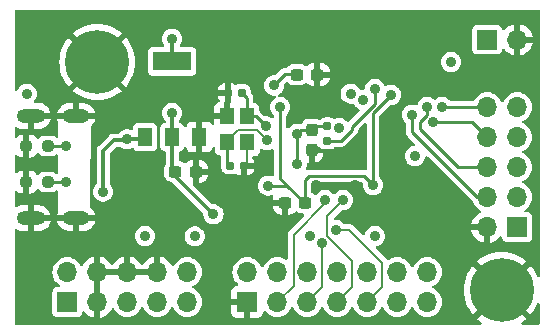
<source format=gbr>
%TF.GenerationSoftware,KiCad,Pcbnew,7.0.6*%
%TF.CreationDate,2023-11-02T18:38:28-04:00*%
%TF.ProjectId,FT2232_Board,46543232-3332-45f4-926f-6172642e6b69,rev?*%
%TF.SameCoordinates,Original*%
%TF.FileFunction,Copper,L4,Bot*%
%TF.FilePolarity,Positive*%
%FSLAX46Y46*%
G04 Gerber Fmt 4.6, Leading zero omitted, Abs format (unit mm)*
G04 Created by KiCad (PCBNEW 7.0.6) date 2023-11-02 18:38:28*
%MOMM*%
%LPD*%
G01*
G04 APERTURE LIST*
G04 Aperture macros list*
%AMRoundRect*
0 Rectangle with rounded corners*
0 $1 Rounding radius*
0 $2 $3 $4 $5 $6 $7 $8 $9 X,Y pos of 4 corners*
0 Add a 4 corners polygon primitive as box body*
4,1,4,$2,$3,$4,$5,$6,$7,$8,$9,$2,$3,0*
0 Add four circle primitives for the rounded corners*
1,1,$1+$1,$2,$3*
1,1,$1+$1,$4,$5*
1,1,$1+$1,$6,$7*
1,1,$1+$1,$8,$9*
0 Add four rect primitives between the rounded corners*
20,1,$1+$1,$2,$3,$4,$5,0*
20,1,$1+$1,$4,$5,$6,$7,0*
20,1,$1+$1,$6,$7,$8,$9,0*
20,1,$1+$1,$8,$9,$2,$3,0*%
G04 Aperture macros list end*
%TA.AperFunction,ComponentPad*%
%ADD10O,2.316000X1.158000*%
%TD*%
%TA.AperFunction,ComponentPad*%
%ADD11O,2.400000X1.200000*%
%TD*%
%TA.AperFunction,ComponentPad*%
%ADD12C,0.800000*%
%TD*%
%TA.AperFunction,ComponentPad*%
%ADD13C,5.400000*%
%TD*%
%TA.AperFunction,SMDPad,CuDef*%
%ADD14R,1.200000X1.400000*%
%TD*%
%TA.AperFunction,SMDPad,CuDef*%
%ADD15R,3.300000X1.600000*%
%TD*%
%TA.AperFunction,SMDPad,CuDef*%
%ADD16R,1.200000X1.600000*%
%TD*%
%TA.AperFunction,SMDPad,CuDef*%
%ADD17RoundRect,0.237500X0.250000X0.237500X-0.250000X0.237500X-0.250000X-0.237500X0.250000X-0.237500X0*%
%TD*%
%TA.AperFunction,SMDPad,CuDef*%
%ADD18RoundRect,0.237500X-0.250000X-0.237500X0.250000X-0.237500X0.250000X0.237500X-0.250000X0.237500X0*%
%TD*%
%TA.AperFunction,ComponentPad*%
%ADD19R,1.700000X1.700000*%
%TD*%
%TA.AperFunction,ComponentPad*%
%ADD20O,1.700000X1.700000*%
%TD*%
%TA.AperFunction,SMDPad,CuDef*%
%ADD21RoundRect,0.160000X-0.160000X0.197500X-0.160000X-0.197500X0.160000X-0.197500X0.160000X0.197500X0*%
%TD*%
%TA.AperFunction,SMDPad,CuDef*%
%ADD22RoundRect,0.237500X-0.300000X-0.237500X0.300000X-0.237500X0.300000X0.237500X-0.300000X0.237500X0*%
%TD*%
%TA.AperFunction,SMDPad,CuDef*%
%ADD23RoundRect,0.155000X-0.212500X-0.155000X0.212500X-0.155000X0.212500X0.155000X-0.212500X0.155000X0*%
%TD*%
%TA.AperFunction,SMDPad,CuDef*%
%ADD24RoundRect,0.155000X0.212500X0.155000X-0.212500X0.155000X-0.212500X-0.155000X0.212500X-0.155000X0*%
%TD*%
%TA.AperFunction,SMDPad,CuDef*%
%ADD25RoundRect,0.237500X0.300000X0.237500X-0.300000X0.237500X-0.300000X-0.237500X0.300000X-0.237500X0*%
%TD*%
%TA.AperFunction,SMDPad,CuDef*%
%ADD26RoundRect,0.237500X-0.237500X0.300000X-0.237500X-0.300000X0.237500X-0.300000X0.237500X0.300000X0*%
%TD*%
%TA.AperFunction,ViaPad*%
%ADD27C,0.900000*%
%TD*%
%TA.AperFunction,Conductor*%
%ADD28C,0.300000*%
%TD*%
%TA.AperFunction,Conductor*%
%ADD29C,0.250000*%
%TD*%
%TA.AperFunction,Conductor*%
%ADD30C,0.200000*%
%TD*%
G04 APERTURE END LIST*
D10*
%TO.P,J1,S3,SHIELD*%
%TO.N,GND*%
X112523500Y-83308000D03*
%TO.P,J1,S4,SHIELD*%
X112523500Y-91948000D03*
D11*
%TO.P,J1,S5,SHIELD*%
X108698500Y-83308000D03*
%TO.P,J1,S6,SHIELD*%
X108698500Y-91948000D03*
%TD*%
D12*
%TO.P,H2,1,1*%
%TO.N,GND*%
X147107309Y-99475891D03*
D13*
X148539200Y-98044000D03*
D12*
X148539200Y-100069000D03*
X149971091Y-96612109D03*
X146514200Y-98044000D03*
X148539200Y-96019000D03*
X150564200Y-98044000D03*
X149971091Y-99475891D03*
X147107309Y-96612109D03*
%TD*%
%TO.P,H1,1,1*%
%TO.N,GND*%
X112868109Y-80171891D03*
D13*
X114300000Y-78740000D03*
D12*
X114300000Y-80765000D03*
X115731891Y-77308109D03*
X112275000Y-78740000D03*
X114300000Y-76715000D03*
X116325000Y-78740000D03*
X115731891Y-80171891D03*
X112868109Y-77308109D03*
%TD*%
D14*
%TO.P,Y1,1*%
%TO.N,Net-(U101-OSCI)*%
X126986400Y-83329600D03*
%TO.P,Y1,2,GND*%
%TO.N,GND*%
X126986400Y-85529600D03*
%TO.P,Y1,3*%
%TO.N,Net-(U101-OSCO)*%
X125286400Y-85529600D03*
%TO.P,Y1,4,GND*%
%TO.N,GND*%
X125286400Y-83329600D03*
%TD*%
D15*
%TO.P,U3,4,VOUT*%
%TO.N,/3.3V*%
X120650000Y-78678428D03*
D16*
%TO.P,U3,3,INPUT*%
%TO.N,/USB_5V*%
X118350000Y-85078428D03*
%TO.P,U3,2,OUTPUT*%
%TO.N,/3.3V*%
X120650000Y-85078428D03*
%TO.P,U3,1,GND*%
%TO.N,GND*%
X122950000Y-85078428D03*
%TD*%
D17*
%TO.P,R8,1*%
%TO.N,Net-(J101-CC2)*%
X110109000Y-88900000D03*
%TO.P,R8,2*%
%TO.N,GND*%
X108284000Y-88900000D03*
%TD*%
D18*
%TO.P,R9,1*%
%TO.N,GND*%
X108307500Y-85852000D03*
%TO.P,R9,2*%
%TO.N,Net-(J101-CC1)*%
X110132500Y-85852000D03*
%TD*%
D19*
%TO.P,J4,1,Pin_1*%
%TO.N,/VCCIO*%
X147315000Y-76835000D03*
D20*
%TO.P,J4,2,Pin_2*%
%TO.N,GND*%
X149855000Y-76835000D03*
%TD*%
D19*
%TO.P,J3,1,Pin_1*%
%TO.N,GND*%
X127000000Y-99060000D03*
D20*
%TO.P,J3,2,Pin_2*%
%TO.N,/VCCIO*%
X127000000Y-96520000D03*
%TO.P,J3,3,Pin_3*%
%TO.N,/GPIOL0*%
X129540000Y-99060000D03*
%TO.P,J3,4,Pin_4*%
%TO.N,/GPIOH0*%
X129540000Y-96520000D03*
%TO.P,J3,5,Pin_5*%
%TO.N,/GPIOL1*%
X132080000Y-99060000D03*
%TO.P,J3,6,Pin_6*%
%TO.N,/GPIOH1*%
X132080000Y-96520000D03*
%TO.P,J3,7,Pin_7*%
%TO.N,/GPIOL2*%
X134620000Y-99060000D03*
%TO.P,J3,8,Pin_8*%
%TO.N,/GPIOH2*%
X134620000Y-96520000D03*
%TO.P,J3,9,Pin_9*%
%TO.N,/GPIOL3*%
X137160000Y-99060000D03*
%TO.P,J3,10,Pin_10*%
%TO.N,/GPIOH3*%
X137160000Y-96520000D03*
%TO.P,J3,11,Pin_11*%
%TO.N,/GPIOH6*%
X139700000Y-99060000D03*
%TO.P,J3,12,Pin_12*%
%TO.N,/GPIOH4*%
X139700000Y-96520000D03*
%TO.P,J3,13,Pin_13*%
%TO.N,/GPIOH7*%
X142240000Y-99060000D03*
%TO.P,J3,14,Pin_14*%
%TO.N,/GPIOH5*%
X142240000Y-96520000D03*
%TD*%
D19*
%TO.P,J5,1,Pin_1*%
%TO.N,/UART_TX_OUT*%
X149860000Y-92710000D03*
D20*
%TO.P,J5,2,Pin_2*%
%TO.N,GND*%
X147320000Y-92710000D03*
%TO.P,J5,3,Pin_3*%
%TO.N,/UART_RX_IN*%
X149860000Y-90170000D03*
%TO.P,J5,4,Pin_4*%
%TO.N,/TXDEN_OUT*%
X147320000Y-90170000D03*
%TO.P,J5,5,Pin_5*%
%TO.N,/UART_RTS_OUT*%
X149860000Y-87630000D03*
%TO.P,J5,6,Pin_6*%
%TO.N,/UART_RI_IN*%
X147320000Y-87630000D03*
%TO.P,J5,7,Pin_7*%
%TO.N,/UART_CTS_IN*%
X149860000Y-85090000D03*
%TO.P,J5,8,Pin_8*%
%TO.N,/UART_DCD_IN*%
X147320000Y-85090000D03*
%TO.P,J5,9,Pin_9*%
%TO.N,/UART_DTR_OUT*%
X149860000Y-82550000D03*
%TO.P,J5,10,Pin_10*%
%TO.N,/UART_DSR_IN*%
X147320000Y-82550000D03*
%TD*%
D19*
%TO.P,J2,1,Pin_1*%
%TO.N,/TCK*%
X111760000Y-99060000D03*
D20*
%TO.P,J2,2,Pin_2*%
%TO.N,/VCCIO*%
X111760000Y-96520000D03*
%TO.P,J2,3,Pin_3*%
%TO.N,GND*%
X114300000Y-99060000D03*
%TO.P,J2,4,Pin_4*%
X114300000Y-96520000D03*
%TO.P,J2,5,Pin_5*%
%TO.N,/TDI*%
X116840000Y-99060000D03*
%TO.P,J2,6,Pin_6*%
%TO.N,GND*%
X116840000Y-96520000D03*
%TO.P,J2,7,Pin_7*%
%TO.N,/TMS*%
X119380000Y-99060000D03*
%TO.P,J2,8,Pin_8*%
%TO.N,GND*%
X119380000Y-96520000D03*
%TO.P,J2,9,Pin_9*%
%TO.N,/TDO*%
X121920000Y-99060000D03*
%TO.P,J2,10,Pin_10*%
%TO.N,unconnected-(J102-Pin_10-Pad10)*%
X121920000Y-96520000D03*
%TD*%
D21*
%TO.P,FB1,2*%
%TO.N,/3.3V*%
X133781800Y-85382700D03*
%TO.P,FB1,1*%
%TO.N,Net-(U101-VPHY)*%
X133781800Y-84187700D03*
%TD*%
D22*
%TO.P,C4,1*%
%TO.N,/3.3V*%
X120930500Y-88011000D03*
%TO.P,C4,2*%
%TO.N,GND*%
X122655500Y-88011000D03*
%TD*%
D23*
%TO.P,C5,1*%
%TO.N,Net-(U101-OSCO)*%
X125586400Y-87529600D03*
%TO.P,C5,2*%
%TO.N,GND*%
X126721400Y-87529600D03*
%TD*%
D24*
%TO.P,C6,1*%
%TO.N,Net-(U101-OSCI)*%
X126518900Y-81329600D03*
%TO.P,C6,2*%
%TO.N,GND*%
X125383900Y-81329600D03*
%TD*%
D22*
%TO.P,C7,1*%
%TO.N,/3.3V*%
X131217500Y-79806800D03*
%TO.P,C7,2*%
%TO.N,GND*%
X132942500Y-79806800D03*
%TD*%
D25*
%TO.P,C9,1*%
%TO.N,/1.8V*%
X131926500Y-90678000D03*
%TO.P,C9,2*%
%TO.N,GND*%
X130201500Y-90678000D03*
%TD*%
D26*
%TO.P,C8,1*%
%TO.N,Net-(U101-VPHY)*%
X132461000Y-84481500D03*
%TO.P,C8,2*%
%TO.N,GND*%
X132461000Y-86206500D03*
%TD*%
D27*
%TO.N,GND*%
X140360400Y-93573600D03*
X150571200Y-79908400D03*
X132080000Y-76606400D03*
X108254800Y-100126800D03*
X108559600Y-75488800D03*
%TO.N,Net-(U101-OSCO)*%
X128676400Y-85344000D03*
%TO.N,Net-(U101-OSCI)*%
X128574800Y-84175600D03*
%TO.N,GND*%
X140817600Y-80721200D03*
X117957600Y-81991200D03*
X117602000Y-88442800D03*
X124256800Y-88696800D03*
X120548400Y-93370400D03*
%TO.N,/TX_LED*%
X135763000Y-81407000D03*
%TO.N,/RX_LED*%
X136779000Y-81915000D03*
X122555000Y-93495500D03*
%TO.N,/TX_LED*%
X118364000Y-93472000D03*
%TO.N,/3.3V*%
X124142500Y-91630500D03*
%TO.N,GND*%
X128905000Y-91567000D03*
%TO.N,/GPIOL0*%
X133604000Y-90424000D03*
%TO.N,/GPIOL2*%
X135128000Y-90424000D03*
%TO.N,/GPIOL1*%
X133350000Y-94100500D03*
%TO.N,/GPIOL3*%
X134546500Y-92964000D03*
%TO.N,/TXDEN_OUT*%
X140970000Y-83185000D03*
%TO.N,/UART_RI_IN*%
X142240000Y-82550000D03*
%TO.N,/UART_DCD_IN*%
X142735500Y-83820000D03*
%TO.N,/UART_DSR_IN*%
X143510000Y-82550000D03*
%TO.N,Net-(U101-VPHY)*%
X131191000Y-87376000D03*
X131191000Y-84836000D03*
%TO.N,/3.3V*%
X120650000Y-83058000D03*
X120650000Y-76758800D03*
%TO.N,GND*%
X123190000Y-81991200D03*
%TO.N,/3.3V*%
X108331000Y-81432400D03*
%TO.N,Net-(J101-CC2)*%
X111633000Y-88900000D03*
%TO.N,Net-(J101-CC1)*%
X111633000Y-85852000D03*
%TO.N,GND*%
X108305600Y-87477600D03*
%TO.N,/USB_5V*%
X116840000Y-85278000D03*
X114808000Y-89712800D03*
%TO.N,GND*%
X134620000Y-79781400D03*
%TO.N,/VCCIO*%
X132296000Y-93472000D03*
%TO.N,/1.8V*%
X128778000Y-89200000D03*
X137668000Y-89154000D03*
%TO.N,GND*%
X134620000Y-87376000D03*
X132842000Y-89154000D03*
X136144000Y-89154000D03*
X136144000Y-85852000D03*
X127203200Y-78232000D03*
%TO.N,/1.8V*%
X129794000Y-82550000D03*
%TO.N,/3.3V*%
X129286000Y-80721200D03*
X137796000Y-81026000D03*
%TO.N,/1.8V*%
X139192000Y-81534000D03*
%TO.N,/VCCIO*%
X137796000Y-93472000D03*
X134796000Y-84328000D03*
X141224000Y-86700000D03*
X144272000Y-78740000D03*
%TD*%
D28*
%TO.N,/3.3V*%
X120650000Y-76758800D02*
X120650000Y-78678428D01*
X120930500Y-88418500D02*
X124142500Y-91630500D01*
X120930500Y-88011000D02*
X120930500Y-88418500D01*
D29*
X120930500Y-88011000D02*
X120650000Y-87730500D01*
D28*
%TO.N,/USB_5V*%
X114808000Y-86233000D02*
X115697000Y-85344000D01*
X114808000Y-89712800D02*
X114808000Y-86233000D01*
X116774000Y-85344000D02*
X116840000Y-85278000D01*
X115697000Y-85344000D02*
X116774000Y-85344000D01*
D30*
%TO.N,/GPIOL3*%
X134546500Y-92964000D02*
X135636000Y-92964000D01*
%TO.N,GND*%
X134569200Y-87426800D02*
X134620000Y-87376000D01*
X132461000Y-86944200D02*
X132943600Y-87426800D01*
X132943600Y-87426800D02*
X134569200Y-87426800D01*
X132461000Y-86206500D02*
X132461000Y-86944200D01*
D29*
%TO.N,/UART_RI_IN*%
X144830800Y-87630000D02*
X147320000Y-87630000D01*
X141605000Y-83820000D02*
X141605000Y-84404200D01*
X142240000Y-83185000D02*
X141605000Y-83820000D01*
X142240000Y-82550000D02*
X142240000Y-83185000D01*
X141605000Y-84404200D02*
X144830800Y-87630000D01*
%TO.N,/TXDEN_OUT*%
X140970000Y-84683600D02*
X140970000Y-83185000D01*
X146456400Y-90170000D02*
X140970000Y-84683600D01*
X147320000Y-90170000D02*
X146456400Y-90170000D01*
%TO.N,/3.3V*%
X134962300Y-85382700D02*
X133781800Y-85382700D01*
X135890000Y-84455000D02*
X134962300Y-85382700D01*
X137218000Y-82898400D02*
X135890000Y-84226400D01*
X137218000Y-82871604D02*
X137218000Y-82898400D01*
X137796000Y-82293604D02*
X137218000Y-82871604D01*
X135890000Y-84226400D02*
X135890000Y-84455000D01*
X137796000Y-81026000D02*
X137796000Y-82293604D01*
D30*
%TO.N,Net-(U101-OSCO)*%
X127812800Y-84480400D02*
X126187200Y-84480400D01*
X125286400Y-85381200D02*
X125286400Y-85529600D01*
X128676400Y-85344000D02*
X127812800Y-84480400D01*
X126187200Y-84480400D02*
X125286400Y-85381200D01*
D29*
%TO.N,Net-(U101-OSCI)*%
X126986400Y-83329600D02*
X127728800Y-83329600D01*
X127728800Y-83329600D02*
X128574800Y-84175600D01*
D30*
%TO.N,GND*%
X126986400Y-87264600D02*
X126721400Y-87529600D01*
X126986400Y-85529600D02*
X126986400Y-87264600D01*
D29*
X132967900Y-79781400D02*
X132942500Y-79806800D01*
X134620000Y-79781400D02*
X132967900Y-79781400D01*
D30*
%TO.N,/GPIOL0*%
X130930000Y-93352000D02*
X130930000Y-97670000D01*
X133604000Y-90678000D02*
X130930000Y-93352000D01*
X130930000Y-97670000D02*
X129540000Y-99060000D01*
X133604000Y-90424000D02*
X133604000Y-90678000D01*
%TO.N,/GPIOL2*%
X135890000Y-97790000D02*
X134620000Y-99060000D01*
X133796500Y-91755500D02*
X133796500Y-93486339D01*
X133796500Y-93486339D02*
X135890000Y-95579839D01*
X135890000Y-95579839D02*
X135890000Y-97790000D01*
X135128000Y-90424000D02*
X133796500Y-91755500D01*
%TO.N,/GPIOL3*%
X138430000Y-97790000D02*
X138430000Y-95758000D01*
X138430000Y-95758000D02*
X135636000Y-92964000D01*
X137160000Y-99060000D02*
X138430000Y-97790000D01*
%TO.N,/GPIOL1*%
X133350000Y-94100500D02*
X133350000Y-97790000D01*
X133350000Y-97790000D02*
X132080000Y-99060000D01*
D29*
%TO.N,/UART_DCD_IN*%
X146050000Y-83820000D02*
X147320000Y-85090000D01*
X142735500Y-83820000D02*
X146050000Y-83820000D01*
%TO.N,/UART_DSR_IN*%
X143510000Y-82550000D02*
X147320000Y-82550000D01*
%TO.N,Net-(U101-VPHY)*%
X131191000Y-87376000D02*
X131191000Y-84836000D01*
X132754800Y-84187700D02*
X132461000Y-84481500D01*
X133781800Y-84187700D02*
X132754800Y-84187700D01*
X131545500Y-84481500D02*
X131191000Y-84836000D01*
X132461000Y-84481500D02*
X131545500Y-84481500D01*
%TO.N,/1.8V*%
X139192000Y-81534000D02*
X137668000Y-83058000D01*
X137668000Y-83058000D02*
X137668000Y-89154000D01*
X130383000Y-89200000D02*
X130391450Y-89191550D01*
X128778000Y-89200000D02*
X130383000Y-89200000D01*
X130391450Y-89191550D02*
X131877900Y-90678000D01*
X129794000Y-88594100D02*
X130391450Y-89191550D01*
X129794000Y-82550000D02*
X129794000Y-88594100D01*
X132220000Y-88379000D02*
X131877900Y-88721100D01*
X131877900Y-88721100D02*
X131877900Y-90678000D01*
X136893000Y-88379000D02*
X132220000Y-88379000D01*
X137668000Y-89154000D02*
X136893000Y-88379000D01*
D28*
%TO.N,/3.3V*%
X120650000Y-85078428D02*
X120650000Y-83058000D01*
D29*
%TO.N,Net-(U101-OSCI)*%
X126986400Y-81797100D02*
X126518900Y-81329600D01*
X126986400Y-83329600D02*
X126986400Y-81797100D01*
%TO.N,Net-(U101-OSCO)*%
X125286400Y-85529600D02*
X125286400Y-87229600D01*
D28*
%TO.N,/3.3V*%
X120650000Y-87730500D02*
X120650000Y-85078428D01*
D29*
%TO.N,Net-(J101-CC1)*%
X111633000Y-85852000D02*
X110132500Y-85852000D01*
%TO.N,Net-(J101-CC2)*%
X111633000Y-88900000D02*
X110109000Y-88900000D01*
D28*
%TO.N,/USB_5V*%
X118150428Y-85278000D02*
X118350000Y-85078428D01*
X116840000Y-85278000D02*
X118150428Y-85278000D01*
D29*
%TO.N,/3.3V*%
X131217500Y-79756000D02*
X130225800Y-79756000D01*
X130225800Y-79756000D02*
X129286000Y-80695800D01*
%TD*%
%TA.AperFunction,Conductor*%
%TO.N,GND*%
G36*
X137061834Y-83900249D02*
G01*
X137117767Y-83942121D01*
X137142184Y-84007585D01*
X137142500Y-84016431D01*
X137142500Y-87738978D01*
X137122815Y-87806017D01*
X137070011Y-87851772D01*
X137005817Y-87862327D01*
X137002022Y-87861937D01*
X136981255Y-87857990D01*
X136965231Y-87853500D01*
X136965228Y-87853500D01*
X136923120Y-87853500D01*
X136916778Y-87853175D01*
X136898853Y-87851332D01*
X136874892Y-87848869D01*
X136874888Y-87848869D01*
X136865576Y-87850474D01*
X136858485Y-87851697D01*
X136837420Y-87853500D01*
X132228984Y-87853500D01*
X132165755Y-87851340D01*
X132165754Y-87851340D01*
X132165751Y-87851340D01*
X132124847Y-87861307D01*
X132118611Y-87862493D01*
X132114186Y-87863101D01*
X132045090Y-87852732D01*
X131992569Y-87806653D01*
X131973297Y-87739494D01*
X131979363Y-87701942D01*
X132027497Y-87553803D01*
X132046185Y-87376000D01*
X132046184Y-87375990D01*
X132046185Y-87369501D01*
X132048798Y-87369501D01*
X132059236Y-87312237D01*
X132106937Y-87261185D01*
X132171196Y-87244906D01*
X132171196Y-87244000D01*
X132210999Y-87243999D01*
X132211000Y-86456500D01*
X132711000Y-86456500D01*
X132711000Y-87243999D01*
X132747640Y-87243999D01*
X132747654Y-87243998D01*
X132848652Y-87233680D01*
X133012300Y-87179453D01*
X133012311Y-87179448D01*
X133159034Y-87088947D01*
X133159038Y-87088944D01*
X133280944Y-86967038D01*
X133280947Y-86967034D01*
X133371448Y-86820311D01*
X133371453Y-86820300D01*
X133425680Y-86656652D01*
X133435999Y-86555654D01*
X133436000Y-86555641D01*
X133436000Y-86456500D01*
X132711000Y-86456500D01*
X132211000Y-86456500D01*
X132211000Y-86080500D01*
X132230685Y-86013460D01*
X132283489Y-85967706D01*
X132335000Y-85956500D01*
X133149388Y-85956500D01*
X133216427Y-85976185D01*
X133224874Y-85982124D01*
X133339131Y-86069796D01*
X133475480Y-86126274D01*
X133585059Y-86140700D01*
X133978540Y-86140699D01*
X133978542Y-86140699D01*
X134061038Y-86129839D01*
X134088120Y-86126274D01*
X134224469Y-86069796D01*
X134341554Y-85979954D01*
X134341556Y-85979952D01*
X134359387Y-85956714D01*
X134415814Y-85915511D01*
X134457763Y-85908200D01*
X134953316Y-85908200D01*
X135016545Y-85910360D01*
X135057469Y-85900386D01*
X135063668Y-85899207D01*
X135105411Y-85893471D01*
X135120686Y-85886835D01*
X135140721Y-85880097D01*
X135156894Y-85876157D01*
X135193616Y-85855508D01*
X135199255Y-85852707D01*
X135237909Y-85835919D01*
X135250828Y-85825407D01*
X135268297Y-85813518D01*
X135282812Y-85805358D01*
X135312598Y-85775570D01*
X135317299Y-85771328D01*
X135349965Y-85744754D01*
X135359564Y-85731153D01*
X135373181Y-85714987D01*
X136255228Y-84832940D01*
X136292554Y-84798081D01*
X136301467Y-84789757D01*
X136301467Y-84789756D01*
X136301469Y-84789755D01*
X136323353Y-84753766D01*
X136326914Y-84748534D01*
X136352364Y-84714975D01*
X136358473Y-84699482D01*
X136367876Y-84680551D01*
X136376526Y-84666328D01*
X136387888Y-84625770D01*
X136389903Y-84619779D01*
X136405359Y-84580589D01*
X136407061Y-84564022D01*
X136411006Y-84543264D01*
X136415500Y-84527228D01*
X136415500Y-84495431D01*
X136435185Y-84428392D01*
X136451819Y-84407750D01*
X136930819Y-83928750D01*
X136992142Y-83895265D01*
X137061834Y-83900249D01*
G37*
%TD.AperFunction*%
%TA.AperFunction,Conductor*%
G36*
X114550000Y-98624498D02*
G01*
X114442315Y-98575320D01*
X114335763Y-98560000D01*
X114264237Y-98560000D01*
X114157685Y-98575320D01*
X114050000Y-98624498D01*
X114050000Y-96955501D01*
X114157685Y-97004680D01*
X114264237Y-97020000D01*
X114335763Y-97020000D01*
X114442315Y-97004680D01*
X114550000Y-96955501D01*
X114550000Y-98624498D01*
G37*
%TD.AperFunction*%
%TA.AperFunction,Conductor*%
G36*
X116380507Y-96310156D02*
G01*
X116340000Y-96448111D01*
X116340000Y-96591889D01*
X116380507Y-96729844D01*
X116406314Y-96770000D01*
X114733686Y-96770000D01*
X114759493Y-96729844D01*
X114800000Y-96591889D01*
X114800000Y-96448111D01*
X114759493Y-96310156D01*
X114733686Y-96270000D01*
X116406314Y-96270000D01*
X116380507Y-96310156D01*
G37*
%TD.AperFunction*%
%TA.AperFunction,Conductor*%
G36*
X118920507Y-96310156D02*
G01*
X118880000Y-96448111D01*
X118880000Y-96591889D01*
X118920507Y-96729844D01*
X118946314Y-96770000D01*
X117273686Y-96770000D01*
X117299493Y-96729844D01*
X117340000Y-96591889D01*
X117340000Y-96448111D01*
X117299493Y-96310156D01*
X117273686Y-96270000D01*
X118946314Y-96270000D01*
X118920507Y-96310156D01*
G37*
%TD.AperFunction*%
%TA.AperFunction,Conductor*%
G36*
X115891255Y-79977702D02*
G01*
X115829436Y-79936396D01*
X115756515Y-79921891D01*
X115707267Y-79921891D01*
X115634346Y-79936396D01*
X115551651Y-79991651D01*
X115496396Y-80074346D01*
X115476993Y-80171891D01*
X115496396Y-80269436D01*
X115537702Y-80331255D01*
X115061373Y-79854925D01*
X115171078Y-79778110D01*
X115338110Y-79611078D01*
X115414926Y-79501373D01*
X115891255Y-79977702D01*
G37*
%TD.AperFunction*%
%TA.AperFunction,Conductor*%
G36*
X113261890Y-79611078D02*
G01*
X113428922Y-79778110D01*
X113538626Y-79854925D01*
X113062298Y-80331253D01*
X113103604Y-80269436D01*
X113123007Y-80171891D01*
X113103604Y-80074346D01*
X113048349Y-79991651D01*
X112965654Y-79936396D01*
X112892733Y-79921891D01*
X112843485Y-79921891D01*
X112770564Y-79936396D01*
X112708738Y-79977706D01*
X113185073Y-79501372D01*
X113261890Y-79611078D01*
G37*
%TD.AperFunction*%
%TA.AperFunction,Conductor*%
G36*
X113538626Y-77625074D02*
G01*
X113428922Y-77701890D01*
X113261890Y-77868922D01*
X113185073Y-77978627D01*
X112708739Y-77502294D01*
X112770564Y-77543604D01*
X112843485Y-77558109D01*
X112892733Y-77558109D01*
X112965654Y-77543604D01*
X113048349Y-77488349D01*
X113103604Y-77405654D01*
X113123007Y-77308109D01*
X113103604Y-77210564D01*
X113062298Y-77148745D01*
X113538626Y-77625074D01*
G37*
%TD.AperFunction*%
%TA.AperFunction,Conductor*%
G36*
X115496396Y-77210564D02*
G01*
X115476993Y-77308109D01*
X115496396Y-77405654D01*
X115551651Y-77488349D01*
X115634346Y-77543604D01*
X115707267Y-77558109D01*
X115756515Y-77558109D01*
X115829436Y-77543604D01*
X115891252Y-77502299D01*
X115414925Y-77978626D01*
X115338110Y-77868922D01*
X115171078Y-77701890D01*
X115061371Y-77625072D01*
X115537707Y-77148736D01*
X115496396Y-77210564D01*
G37*
%TD.AperFunction*%
%TA.AperFunction,Conductor*%
G36*
X151708039Y-74314685D02*
G01*
X151753794Y-74367489D01*
X151765000Y-74419000D01*
X151765000Y-96846377D01*
X151745315Y-96913416D01*
X151692511Y-96959171D01*
X151623353Y-96969115D01*
X151559797Y-96940090D01*
X151526439Y-96893830D01*
X151426843Y-96653385D01*
X151252984Y-96338810D01*
X151252981Y-96338805D01*
X151045006Y-96045693D01*
X150972355Y-95964397D01*
X150165281Y-96771470D01*
X150206586Y-96709654D01*
X150225989Y-96612109D01*
X150206586Y-96514564D01*
X150151331Y-96431869D01*
X150068636Y-96376614D01*
X149995715Y-96362109D01*
X149946467Y-96362109D01*
X149873546Y-96376614D01*
X149811722Y-96417922D01*
X150618802Y-95610843D01*
X150537506Y-95538193D01*
X150244394Y-95330218D01*
X150244389Y-95330215D01*
X149929813Y-95156355D01*
X149929809Y-95156353D01*
X149597752Y-95018812D01*
X149252394Y-94919316D01*
X149252385Y-94919314D01*
X148898058Y-94859112D01*
X148898046Y-94859110D01*
X148539199Y-94838958D01*
X148180353Y-94859110D01*
X148180341Y-94859112D01*
X147826014Y-94919314D01*
X147826005Y-94919316D01*
X147480647Y-95018812D01*
X147148590Y-95156353D01*
X147148586Y-95156355D01*
X146834010Y-95330215D01*
X146834005Y-95330218D01*
X146540893Y-95538194D01*
X146540885Y-95538199D01*
X146459597Y-95610842D01*
X147266678Y-96417923D01*
X147204854Y-96376614D01*
X147131933Y-96362109D01*
X147082685Y-96362109D01*
X147009764Y-96376614D01*
X146927069Y-96431869D01*
X146871814Y-96514564D01*
X146852411Y-96612109D01*
X146871814Y-96709654D01*
X146913121Y-96771475D01*
X146106043Y-95964397D01*
X146106042Y-95964397D01*
X146033399Y-96045685D01*
X146033394Y-96045693D01*
X145825418Y-96338805D01*
X145825415Y-96338810D01*
X145651555Y-96653386D01*
X145651553Y-96653390D01*
X145514012Y-96985447D01*
X145414516Y-97330805D01*
X145414514Y-97330814D01*
X145354312Y-97685141D01*
X145354310Y-97685153D01*
X145334158Y-98043999D01*
X145354310Y-98402846D01*
X145354312Y-98402858D01*
X145414514Y-98757185D01*
X145414516Y-98757194D01*
X145514012Y-99102552D01*
X145651553Y-99434609D01*
X145651555Y-99434613D01*
X145825415Y-99749189D01*
X145825418Y-99749194D01*
X146033393Y-100042306D01*
X146106043Y-100123601D01*
X146913124Y-99316519D01*
X146871814Y-99378346D01*
X146852411Y-99475891D01*
X146871814Y-99573436D01*
X146927069Y-99656131D01*
X147009764Y-99711386D01*
X147082685Y-99725891D01*
X147131933Y-99725891D01*
X147204854Y-99711386D01*
X147266671Y-99670080D01*
X146459597Y-100477155D01*
X146540893Y-100549806D01*
X146808763Y-100739871D01*
X146852047Y-100794718D01*
X146858807Y-100864260D01*
X146826896Y-100926417D01*
X146766447Y-100961455D01*
X146737008Y-100965000D01*
X107439000Y-100965000D01*
X107371961Y-100945315D01*
X107326206Y-100892511D01*
X107315000Y-100841000D01*
X107315000Y-96913416D01*
X107315000Y-96520000D01*
X110504723Y-96520000D01*
X110523081Y-96729844D01*
X110523793Y-96737975D01*
X110523793Y-96737979D01*
X110580422Y-96949322D01*
X110580424Y-96949326D01*
X110580425Y-96949330D01*
X110613379Y-97020000D01*
X110672897Y-97147638D01*
X110677458Y-97154151D01*
X110798402Y-97326877D01*
X110953123Y-97481598D01*
X111099263Y-97583926D01*
X111142887Y-97638502D01*
X111150081Y-97708000D01*
X111118558Y-97770355D01*
X111058328Y-97805769D01*
X111028140Y-97809500D01*
X110878482Y-97809500D01*
X110797519Y-97822323D01*
X110784696Y-97824354D01*
X110671658Y-97881950D01*
X110671657Y-97881950D01*
X110671657Y-97881951D01*
X110671652Y-97881954D01*
X110581954Y-97971652D01*
X110581951Y-97971657D01*
X110581950Y-97971658D01*
X110575538Y-97984242D01*
X110524352Y-98084698D01*
X110509500Y-98178475D01*
X110509500Y-99941517D01*
X110514242Y-99971455D01*
X110524354Y-100035304D01*
X110581950Y-100148342D01*
X110581952Y-100148344D01*
X110581954Y-100148347D01*
X110671652Y-100238045D01*
X110671654Y-100238046D01*
X110671658Y-100238050D01*
X110784694Y-100295645D01*
X110784698Y-100295647D01*
X110878475Y-100310499D01*
X110878481Y-100310500D01*
X112641518Y-100310499D01*
X112735304Y-100295646D01*
X112848342Y-100238050D01*
X112938050Y-100148342D01*
X112995646Y-100035304D01*
X113010211Y-99943339D01*
X113040139Y-99880208D01*
X113099450Y-99843276D01*
X113169313Y-99844273D01*
X113227546Y-99882883D01*
X113234258Y-99891615D01*
X113261893Y-99931081D01*
X113428917Y-100098105D01*
X113622421Y-100233600D01*
X113836507Y-100333429D01*
X113836516Y-100333433D01*
X114050000Y-100390634D01*
X114050000Y-99495501D01*
X114157685Y-99544680D01*
X114264237Y-99560000D01*
X114335763Y-99560000D01*
X114442315Y-99544680D01*
X114550000Y-99495501D01*
X114550000Y-100390633D01*
X114763483Y-100333433D01*
X114763492Y-100333429D01*
X114977578Y-100233600D01*
X115171082Y-100098105D01*
X115338105Y-99931082D01*
X115473598Y-99737580D01*
X115512509Y-99654135D01*
X115558681Y-99601695D01*
X115625875Y-99582543D01*
X115692756Y-99602758D01*
X115737273Y-99654133D01*
X115752895Y-99687633D01*
X115752898Y-99687639D01*
X115878402Y-99866877D01*
X116033123Y-100021598D01*
X116212361Y-100147102D01*
X116410670Y-100239575D01*
X116622023Y-100296207D01*
X116804926Y-100312208D01*
X116839998Y-100315277D01*
X116840000Y-100315277D01*
X116840002Y-100315277D01*
X116868254Y-100312805D01*
X117057977Y-100296207D01*
X117269330Y-100239575D01*
X117467639Y-100147102D01*
X117646877Y-100021598D01*
X117801598Y-99866877D01*
X117927102Y-99687639D01*
X117997618Y-99536414D01*
X118043790Y-99483977D01*
X118110984Y-99464825D01*
X118177865Y-99485041D01*
X118222381Y-99536414D01*
X118292898Y-99687639D01*
X118418402Y-99866877D01*
X118573123Y-100021598D01*
X118752361Y-100147102D01*
X118950670Y-100239575D01*
X119162023Y-100296207D01*
X119344926Y-100312208D01*
X119379998Y-100315277D01*
X119380000Y-100315277D01*
X119380002Y-100315277D01*
X119408254Y-100312805D01*
X119597977Y-100296207D01*
X119809330Y-100239575D01*
X120007639Y-100147102D01*
X120186877Y-100021598D01*
X120341598Y-99866877D01*
X120467102Y-99687639D01*
X120537619Y-99536414D01*
X120583789Y-99483977D01*
X120650982Y-99464825D01*
X120717863Y-99485040D01*
X120762381Y-99536416D01*
X120832897Y-99687638D01*
X120832898Y-99687639D01*
X120958402Y-99866877D01*
X121113123Y-100021598D01*
X121292361Y-100147102D01*
X121490670Y-100239575D01*
X121702023Y-100296207D01*
X121884926Y-100312208D01*
X121919998Y-100315277D01*
X121920000Y-100315277D01*
X121920002Y-100315277D01*
X121948254Y-100312805D01*
X122137977Y-100296207D01*
X122349330Y-100239575D01*
X122547639Y-100147102D01*
X122726877Y-100021598D01*
X122881598Y-99866877D01*
X123007102Y-99687639D01*
X123099575Y-99489330D01*
X123156207Y-99277977D01*
X123175277Y-99060000D01*
X123156207Y-98842023D01*
X123099575Y-98630670D01*
X123007102Y-98432362D01*
X123007100Y-98432359D01*
X123007099Y-98432357D01*
X122881599Y-98253124D01*
X122805130Y-98176655D01*
X122726877Y-98098402D01*
X122547639Y-97972898D01*
X122396414Y-97902381D01*
X122343977Y-97856210D01*
X122324825Y-97789016D01*
X122345041Y-97722135D01*
X122396414Y-97677618D01*
X122547639Y-97607102D01*
X122726877Y-97481598D01*
X122881598Y-97326877D01*
X123007102Y-97147639D01*
X123099575Y-96949330D01*
X123156207Y-96737977D01*
X123175277Y-96520000D01*
X123174801Y-96514564D01*
X123168988Y-96448111D01*
X123156207Y-96302023D01*
X123099575Y-96090670D01*
X123007102Y-95892362D01*
X123007100Y-95892359D01*
X123007099Y-95892357D01*
X122881599Y-95713124D01*
X122809500Y-95641025D01*
X122726877Y-95558402D01*
X122565054Y-95445092D01*
X122547638Y-95432897D01*
X122446641Y-95385802D01*
X122349330Y-95340425D01*
X122349326Y-95340424D01*
X122349322Y-95340422D01*
X122137977Y-95283793D01*
X121920002Y-95264723D01*
X121919998Y-95264723D01*
X121774682Y-95277436D01*
X121702023Y-95283793D01*
X121702020Y-95283793D01*
X121490677Y-95340422D01*
X121490668Y-95340426D01*
X121292361Y-95432898D01*
X121292357Y-95432900D01*
X121113121Y-95558402D01*
X120958402Y-95713121D01*
X120832900Y-95892357D01*
X120832897Y-95892363D01*
X120817273Y-95925868D01*
X120771099Y-95978307D01*
X120703905Y-95997457D01*
X120637025Y-95977240D01*
X120592509Y-95925865D01*
X120553598Y-95842419D01*
X120418113Y-95648926D01*
X120418108Y-95648920D01*
X120251082Y-95481894D01*
X120057578Y-95346399D01*
X119843492Y-95246570D01*
X119843486Y-95246567D01*
X119630000Y-95189364D01*
X119630000Y-96084498D01*
X119522315Y-96035320D01*
X119415763Y-96020000D01*
X119344237Y-96020000D01*
X119237685Y-96035320D01*
X119130000Y-96084498D01*
X119130000Y-95189364D01*
X119129999Y-95189364D01*
X118916513Y-95246567D01*
X118916507Y-95246570D01*
X118702422Y-95346399D01*
X118702420Y-95346400D01*
X118508926Y-95481886D01*
X118508920Y-95481891D01*
X118341891Y-95648920D01*
X118341890Y-95648922D01*
X118211575Y-95835031D01*
X118156998Y-95878655D01*
X118087499Y-95885848D01*
X118025145Y-95854326D01*
X118008425Y-95835031D01*
X117878109Y-95648922D01*
X117878108Y-95648920D01*
X117711082Y-95481894D01*
X117517578Y-95346399D01*
X117303492Y-95246570D01*
X117303486Y-95246567D01*
X117090000Y-95189364D01*
X117090000Y-96084498D01*
X116982315Y-96035320D01*
X116875763Y-96020000D01*
X116804237Y-96020000D01*
X116697685Y-96035320D01*
X116590000Y-96084498D01*
X116590000Y-95189364D01*
X116589999Y-95189364D01*
X116376513Y-95246567D01*
X116376507Y-95246570D01*
X116162422Y-95346399D01*
X116162420Y-95346400D01*
X115968926Y-95481886D01*
X115968920Y-95481891D01*
X115801891Y-95648920D01*
X115801890Y-95648922D01*
X115671575Y-95835031D01*
X115616998Y-95878655D01*
X115547499Y-95885848D01*
X115485145Y-95854326D01*
X115468425Y-95835031D01*
X115338109Y-95648922D01*
X115338108Y-95648920D01*
X115171082Y-95481894D01*
X114977578Y-95346399D01*
X114763492Y-95246570D01*
X114763486Y-95246567D01*
X114550000Y-95189364D01*
X114550000Y-96084498D01*
X114442315Y-96035320D01*
X114335763Y-96020000D01*
X114264237Y-96020000D01*
X114157685Y-96035320D01*
X114050000Y-96084498D01*
X114050000Y-95189364D01*
X114049999Y-95189364D01*
X113836513Y-95246567D01*
X113836507Y-95246570D01*
X113622422Y-95346399D01*
X113622420Y-95346400D01*
X113428926Y-95481886D01*
X113428920Y-95481891D01*
X113261891Y-95648920D01*
X113261886Y-95648926D01*
X113126400Y-95842420D01*
X113126399Y-95842422D01*
X113087489Y-95925866D01*
X113041317Y-95978305D01*
X112974123Y-95997457D01*
X112907242Y-95977241D01*
X112862725Y-95925866D01*
X112847102Y-95892363D01*
X112847102Y-95892362D01*
X112847100Y-95892359D01*
X112847099Y-95892357D01*
X112721599Y-95713124D01*
X112649500Y-95641025D01*
X112566877Y-95558402D01*
X112405054Y-95445092D01*
X112387638Y-95432897D01*
X112286641Y-95385802D01*
X112189330Y-95340425D01*
X112189326Y-95340424D01*
X112189322Y-95340422D01*
X111977977Y-95283793D01*
X111760002Y-95264723D01*
X111759998Y-95264723D01*
X111614681Y-95277436D01*
X111542023Y-95283793D01*
X111542020Y-95283793D01*
X111330677Y-95340422D01*
X111330668Y-95340426D01*
X111132361Y-95432898D01*
X111132357Y-95432900D01*
X110953121Y-95558402D01*
X110798402Y-95713121D01*
X110672900Y-95892357D01*
X110672898Y-95892361D01*
X110580426Y-96090668D01*
X110580422Y-96090677D01*
X110523793Y-96302020D01*
X110523793Y-96302023D01*
X110520575Y-96338805D01*
X110505199Y-96514564D01*
X110504723Y-96520000D01*
X107315000Y-96520000D01*
X107315000Y-93472000D01*
X117508815Y-93472000D01*
X117527503Y-93649805D01*
X117527504Y-93649807D01*
X117582747Y-93819829D01*
X117582750Y-93819835D01*
X117672141Y-93974665D01*
X117693299Y-93998163D01*
X117791764Y-94107521D01*
X117791767Y-94107523D01*
X117791770Y-94107526D01*
X117936407Y-94212612D01*
X118099733Y-94285329D01*
X118274609Y-94322500D01*
X118274610Y-94322500D01*
X118453389Y-94322500D01*
X118453391Y-94322500D01*
X118628267Y-94285329D01*
X118791593Y-94212612D01*
X118936230Y-94107526D01*
X118938643Y-94104847D01*
X118962148Y-94078741D01*
X119055859Y-93974665D01*
X119145250Y-93819835D01*
X119200497Y-93649803D01*
X119216715Y-93495500D01*
X121699815Y-93495500D01*
X121718503Y-93673305D01*
X121718504Y-93673307D01*
X121773747Y-93843329D01*
X121773750Y-93843335D01*
X121863141Y-93998165D01*
X121901380Y-94040634D01*
X121982764Y-94131021D01*
X121982767Y-94131023D01*
X121982770Y-94131026D01*
X122127407Y-94236112D01*
X122290733Y-94308829D01*
X122465609Y-94346000D01*
X122465610Y-94346000D01*
X122644389Y-94346000D01*
X122644391Y-94346000D01*
X122819267Y-94308829D01*
X122982593Y-94236112D01*
X123127230Y-94131026D01*
X123246859Y-93998165D01*
X123336250Y-93843335D01*
X123391497Y-93673303D01*
X123410185Y-93495500D01*
X123391497Y-93317697D01*
X123356358Y-93209550D01*
X123336252Y-93147670D01*
X123336249Y-93147664D01*
X123328910Y-93134952D01*
X123246859Y-92992835D01*
X123200003Y-92940796D01*
X123127235Y-92859978D01*
X123127232Y-92859976D01*
X123127231Y-92859975D01*
X123127230Y-92859974D01*
X122982593Y-92754888D01*
X122819267Y-92682171D01*
X122819265Y-92682170D01*
X122691594Y-92655033D01*
X122644391Y-92645000D01*
X122465609Y-92645000D01*
X122434954Y-92651515D01*
X122290733Y-92682170D01*
X122290728Y-92682172D01*
X122127408Y-92754887D01*
X121982768Y-92859975D01*
X121863140Y-92992836D01*
X121773750Y-93147664D01*
X121773747Y-93147670D01*
X121718504Y-93317692D01*
X121718503Y-93317694D01*
X121699815Y-93495500D01*
X119216715Y-93495500D01*
X119219185Y-93472000D01*
X119200497Y-93294197D01*
X119168162Y-93194680D01*
X119145252Y-93124170D01*
X119145249Y-93124164D01*
X119136884Y-93109675D01*
X119055859Y-92969335D01*
X118973248Y-92877586D01*
X118936235Y-92836478D01*
X118936232Y-92836476D01*
X118936231Y-92836475D01*
X118936230Y-92836474D01*
X118791593Y-92731388D01*
X118628267Y-92658671D01*
X118628265Y-92658670D01*
X118500594Y-92631533D01*
X118453391Y-92621500D01*
X118274609Y-92621500D01*
X118243954Y-92628015D01*
X118099733Y-92658670D01*
X118099728Y-92658672D01*
X117936408Y-92731387D01*
X117791768Y-92836475D01*
X117672140Y-92969336D01*
X117582750Y-93124164D01*
X117582747Y-93124170D01*
X117527504Y-93294192D01*
X117527503Y-93294194D01*
X117508815Y-93472000D01*
X107315000Y-93472000D01*
X107315000Y-92979133D01*
X107334684Y-92912098D01*
X107387488Y-92866343D01*
X107456646Y-92856399D01*
X107506038Y-92874821D01*
X107592157Y-92930166D01*
X107787185Y-93008244D01*
X107993462Y-93048000D01*
X108448500Y-93048000D01*
X108448500Y-92273000D01*
X108948500Y-92273000D01*
X108948500Y-93048000D01*
X109350898Y-93048000D01*
X109507622Y-93033034D01*
X109507626Y-93033033D01*
X109709186Y-92973850D01*
X109895914Y-92877586D01*
X110061037Y-92747731D01*
X110061040Y-92747728D01*
X110198605Y-92588969D01*
X110198614Y-92588958D01*
X110303644Y-92407039D01*
X110303647Y-92407032D01*
X110372355Y-92208517D01*
X110372355Y-92208515D01*
X110373868Y-92198000D01*
X109562983Y-92198000D01*
X109634301Y-92113007D01*
X109673500Y-92005306D01*
X109673500Y-91890694D01*
X109634301Y-91782993D01*
X109562983Y-91698000D01*
X110369757Y-91698000D01*
X110342729Y-91586590D01*
X110255459Y-91395492D01*
X110133610Y-91224380D01*
X110133604Y-91224374D01*
X109981567Y-91079407D01*
X109804842Y-90965833D01*
X109609814Y-90887755D01*
X109403538Y-90848000D01*
X108948500Y-90848000D01*
X108948500Y-91623000D01*
X108448500Y-91623000D01*
X108448500Y-90848000D01*
X108046102Y-90848000D01*
X107889377Y-90862965D01*
X107889373Y-90862966D01*
X107687813Y-90922149D01*
X107495840Y-91021118D01*
X107494902Y-91019299D01*
X107435184Y-91034855D01*
X107368782Y-91013117D01*
X107324674Y-90958930D01*
X107315000Y-90910914D01*
X107315000Y-89760845D01*
X107334685Y-89693806D01*
X107387489Y-89648051D01*
X107456647Y-89638107D01*
X107520203Y-89667132D01*
X107526681Y-89673164D01*
X107573461Y-89719944D01*
X107573465Y-89719947D01*
X107720188Y-89810448D01*
X107720199Y-89810453D01*
X107883847Y-89864680D01*
X107984851Y-89874999D01*
X108534000Y-89874999D01*
X108583140Y-89874999D01*
X108583154Y-89874998D01*
X108684152Y-89864680D01*
X108847800Y-89810453D01*
X108847811Y-89810448D01*
X108994534Y-89719947D01*
X108994538Y-89719944D01*
X109116443Y-89598039D01*
X109149203Y-89544928D01*
X109201151Y-89498204D01*
X109270114Y-89486981D01*
X109334196Y-89514825D01*
X109345226Y-89526257D01*
X109345357Y-89526127D01*
X109464851Y-89645621D01*
X109464855Y-89645624D01*
X109464857Y-89645626D01*
X109464860Y-89645627D01*
X109464863Y-89645630D01*
X109528708Y-89683387D01*
X109603606Y-89727681D01*
X109628447Y-89734898D01*
X109758397Y-89772653D01*
X109758400Y-89772653D01*
X109758402Y-89772654D01*
X109770456Y-89773602D01*
X109794563Y-89775500D01*
X109794564Y-89775499D01*
X109794565Y-89775500D01*
X110423434Y-89775499D01*
X110459598Y-89772654D01*
X110614394Y-89727681D01*
X110753143Y-89645626D01*
X110786319Y-89612449D01*
X110847638Y-89578965D01*
X110917330Y-89583948D01*
X110973264Y-89625818D01*
X110997683Y-89691282D01*
X110997999Y-89700131D01*
X110998000Y-91396160D01*
X110981387Y-91458159D01*
X110958544Y-91497723D01*
X110958544Y-91497724D01*
X110891146Y-91692458D01*
X110890349Y-91698000D01*
X111809017Y-91698000D01*
X111737699Y-91782993D01*
X111698500Y-91890694D01*
X111698500Y-92005306D01*
X111737699Y-92113007D01*
X111809017Y-92198000D01*
X110894852Y-92198000D01*
X110920206Y-92302510D01*
X111005807Y-92489952D01*
X111005809Y-92489956D01*
X111125332Y-92657804D01*
X111125343Y-92657816D01*
X111274473Y-92800010D01*
X111447820Y-92911413D01*
X111639129Y-92988002D01*
X111841467Y-93027000D01*
X112273500Y-93027000D01*
X112273500Y-92273000D01*
X112773500Y-92273000D01*
X112773500Y-93027000D01*
X113153903Y-93027000D01*
X113307620Y-93012321D01*
X113307634Y-93012318D01*
X113505345Y-92954265D01*
X113688505Y-92859840D01*
X113850484Y-92732458D01*
X113985427Y-92576725D01*
X114088455Y-92398275D01*
X114155853Y-92203541D01*
X114156651Y-92198000D01*
X113237983Y-92198000D01*
X113309301Y-92113007D01*
X113348500Y-92005306D01*
X113348500Y-91890694D01*
X113309301Y-91782993D01*
X113237983Y-91698000D01*
X114152148Y-91698000D01*
X114152147Y-91697999D01*
X114126793Y-91593489D01*
X114041192Y-91406047D01*
X114041190Y-91406043D01*
X113921667Y-91238195D01*
X113921656Y-91238183D01*
X113772528Y-91095991D01*
X113751274Y-91082332D01*
X113705519Y-91029528D01*
X113694318Y-90977232D01*
X113702372Y-89712800D01*
X113952815Y-89712800D01*
X113971503Y-89890605D01*
X113971504Y-89890607D01*
X114026747Y-90060629D01*
X114026750Y-90060635D01*
X114116141Y-90215465D01*
X114157812Y-90261746D01*
X114235764Y-90348321D01*
X114235767Y-90348323D01*
X114235770Y-90348326D01*
X114380407Y-90453412D01*
X114543733Y-90526129D01*
X114718609Y-90563300D01*
X114718610Y-90563300D01*
X114897389Y-90563300D01*
X114897391Y-90563300D01*
X115072267Y-90526129D01*
X115235593Y-90453412D01*
X115380230Y-90348326D01*
X115499859Y-90215465D01*
X115589250Y-90060635D01*
X115644497Y-89890603D01*
X115663185Y-89712800D01*
X115644497Y-89534997D01*
X115593422Y-89377805D01*
X115589252Y-89364970D01*
X115589249Y-89364964D01*
X115588186Y-89363123D01*
X115499859Y-89210135D01*
X115499858Y-89210135D01*
X115390350Y-89088512D01*
X115360120Y-89025520D01*
X115358500Y-89005540D01*
X115358500Y-86512386D01*
X115378185Y-86445347D01*
X115394819Y-86424705D01*
X115888706Y-85930819D01*
X115950029Y-85897334D01*
X115976387Y-85894500D01*
X116201293Y-85894500D01*
X116268332Y-85914185D01*
X116274168Y-85918174D01*
X116412407Y-86018612D01*
X116575733Y-86091329D01*
X116750609Y-86128500D01*
X116750610Y-86128500D01*
X116929389Y-86128500D01*
X116929391Y-86128500D01*
X117104267Y-86091329D01*
X117245146Y-86028605D01*
X117314394Y-86019322D01*
X117377670Y-86048950D01*
X117406062Y-86085588D01*
X117421950Y-86116770D01*
X117421952Y-86116772D01*
X117421954Y-86116775D01*
X117511652Y-86206473D01*
X117511654Y-86206474D01*
X117511658Y-86206478D01*
X117618893Y-86261117D01*
X117624698Y-86264075D01*
X117718475Y-86278927D01*
X117718481Y-86278928D01*
X118981518Y-86278927D01*
X119075304Y-86264074D01*
X119188342Y-86206478D01*
X119278050Y-86116770D01*
X119335646Y-86003732D01*
X119335646Y-86003730D01*
X119335647Y-86003729D01*
X119349933Y-85913526D01*
X119350500Y-85909947D01*
X119350500Y-85909945D01*
X119649500Y-85909945D01*
X119659991Y-85976185D01*
X119664354Y-86003732D01*
X119721950Y-86116770D01*
X119721952Y-86116772D01*
X119721954Y-86116775D01*
X119811652Y-86206473D01*
X119811654Y-86206474D01*
X119811658Y-86206478D01*
X119924696Y-86264074D01*
X119924697Y-86264074D01*
X119924699Y-86264075D01*
X119994897Y-86275193D01*
X120058032Y-86305122D01*
X120094964Y-86364433D01*
X120099500Y-86397666D01*
X120099500Y-87384113D01*
X120082233Y-87447231D01*
X120068071Y-87471179D01*
X120040317Y-87518109D01*
X120040317Y-87518110D01*
X119995346Y-87672897D01*
X119995345Y-87672903D01*
X119992500Y-87709063D01*
X119992501Y-88312934D01*
X119995346Y-88349098D01*
X120040317Y-88503889D01*
X120040320Y-88503896D01*
X120122369Y-88642636D01*
X120122378Y-88642648D01*
X120236351Y-88756621D01*
X120236355Y-88756624D01*
X120236357Y-88756626D01*
X120236360Y-88756627D01*
X120236363Y-88756630D01*
X120288762Y-88787618D01*
X120375106Y-88838681D01*
X120415928Y-88850541D01*
X120529897Y-88883653D01*
X120529900Y-88883653D01*
X120529902Y-88883654D01*
X120566065Y-88886500D01*
X120568590Y-88886499D01*
X120635631Y-88906170D01*
X120656293Y-88922818D01*
X123252783Y-91519308D01*
X123286268Y-91580631D01*
X123288423Y-91619943D01*
X123287315Y-91630491D01*
X123287315Y-91630497D01*
X123287315Y-91630500D01*
X123298267Y-91734696D01*
X123306003Y-91808305D01*
X123306004Y-91808307D01*
X123361247Y-91978329D01*
X123361250Y-91978335D01*
X123450641Y-92133165D01*
X123466403Y-92150670D01*
X123570264Y-92266021D01*
X123570267Y-92266023D01*
X123570270Y-92266026D01*
X123714907Y-92371112D01*
X123878233Y-92443829D01*
X124053109Y-92481000D01*
X124053110Y-92481000D01*
X124231889Y-92481000D01*
X124231891Y-92481000D01*
X124406767Y-92443829D01*
X124570093Y-92371112D01*
X124714730Y-92266026D01*
X124834359Y-92133165D01*
X124923750Y-91978335D01*
X124978997Y-91808303D01*
X124997685Y-91630500D01*
X124978997Y-91452697D01*
X124948228Y-91358000D01*
X124923752Y-91282670D01*
X124923749Y-91282664D01*
X124918011Y-91272725D01*
X124834359Y-91127835D01*
X124772853Y-91059526D01*
X124714735Y-90994978D01*
X124714732Y-90994976D01*
X124714731Y-90994975D01*
X124714730Y-90994974D01*
X124622549Y-90928000D01*
X129164001Y-90928000D01*
X129164001Y-90964654D01*
X129174319Y-91065652D01*
X129228546Y-91229300D01*
X129228551Y-91229311D01*
X129319052Y-91376034D01*
X129319055Y-91376038D01*
X129440961Y-91497944D01*
X129440965Y-91497947D01*
X129587688Y-91588448D01*
X129587699Y-91588453D01*
X129751347Y-91642680D01*
X129852351Y-91652999D01*
X129951500Y-91652998D01*
X129951500Y-90928000D01*
X129164001Y-90928000D01*
X124622549Y-90928000D01*
X124570093Y-90889888D01*
X124406767Y-90817171D01*
X124406765Y-90817170D01*
X124279094Y-90790033D01*
X124231891Y-90780000D01*
X124231890Y-90780000D01*
X124121887Y-90780000D01*
X124054848Y-90760315D01*
X124034206Y-90743681D01*
X122428693Y-89138168D01*
X122395208Y-89076845D01*
X122400192Y-89007153D01*
X122405500Y-88998893D01*
X122405500Y-88261000D01*
X122905500Y-88261000D01*
X122905500Y-88985999D01*
X123004640Y-88985999D01*
X123004654Y-88985998D01*
X123105652Y-88975680D01*
X123269300Y-88921453D01*
X123269311Y-88921448D01*
X123416034Y-88830947D01*
X123416038Y-88830944D01*
X123537944Y-88709038D01*
X123537947Y-88709034D01*
X123628448Y-88562311D01*
X123628453Y-88562300D01*
X123682680Y-88398652D01*
X123692999Y-88297654D01*
X123693000Y-88297641D01*
X123693000Y-88261000D01*
X122905500Y-88261000D01*
X122405500Y-88261000D01*
X122405500Y-87036000D01*
X122905500Y-87036000D01*
X122905500Y-87761000D01*
X123692999Y-87761000D01*
X123692999Y-87724360D01*
X123692998Y-87724345D01*
X123682680Y-87623347D01*
X123628453Y-87459699D01*
X123628448Y-87459688D01*
X123537947Y-87312965D01*
X123537944Y-87312961D01*
X123416038Y-87191055D01*
X123416034Y-87191052D01*
X123269311Y-87100551D01*
X123269300Y-87100546D01*
X123105652Y-87046319D01*
X123004654Y-87036000D01*
X122905500Y-87036000D01*
X122405500Y-87036000D01*
X122405500Y-87035999D01*
X122306360Y-87036000D01*
X122306344Y-87036001D01*
X122205347Y-87046319D01*
X122041699Y-87100546D01*
X122041688Y-87100551D01*
X121894965Y-87191052D01*
X121810324Y-87275693D01*
X121749000Y-87309177D01*
X121679309Y-87304193D01*
X121634962Y-87275692D01*
X121624648Y-87265378D01*
X121624636Y-87265369D01*
X121485896Y-87183320D01*
X121485889Y-87183317D01*
X121331102Y-87138346D01*
X121331096Y-87138345D01*
X121314771Y-87137061D01*
X121249482Y-87112177D01*
X121208011Y-87055947D01*
X121200499Y-87013443D01*
X121200499Y-86710380D01*
X121200499Y-86397662D01*
X121220184Y-86330626D01*
X121272988Y-86284871D01*
X121305097Y-86275192D01*
X121375304Y-86264074D01*
X121488342Y-86206478D01*
X121578050Y-86116770D01*
X121635646Y-86003732D01*
X121635646Y-86003728D01*
X121638884Y-85997375D01*
X121686858Y-85946578D01*
X121754679Y-85929783D01*
X121820814Y-85952320D01*
X121864266Y-86007035D01*
X121865551Y-86010335D01*
X121906646Y-86120516D01*
X121906649Y-86120521D01*
X121992809Y-86235615D01*
X121992812Y-86235618D01*
X122107906Y-86321778D01*
X122107913Y-86321782D01*
X122242620Y-86372024D01*
X122242627Y-86372026D01*
X122302155Y-86378427D01*
X122302172Y-86378428D01*
X122700000Y-86378428D01*
X123200000Y-86378428D01*
X123597828Y-86378428D01*
X123597844Y-86378427D01*
X123657372Y-86372026D01*
X123657379Y-86372024D01*
X123792086Y-86321782D01*
X123792093Y-86321778D01*
X123907187Y-86235618D01*
X123907190Y-86235615D01*
X123993350Y-86120521D01*
X123993355Y-86120512D01*
X124045718Y-85980119D01*
X124087589Y-85924185D01*
X124153053Y-85899767D01*
X124221326Y-85914618D01*
X124270732Y-85964023D01*
X124285900Y-86023450D01*
X124285900Y-86261117D01*
X124290813Y-86292135D01*
X124300754Y-86354904D01*
X124358350Y-86467942D01*
X124358352Y-86467944D01*
X124358354Y-86467947D01*
X124448052Y-86557645D01*
X124448054Y-86557646D01*
X124448058Y-86557650D01*
X124561096Y-86615246D01*
X124561098Y-86615247D01*
X124656298Y-86630325D01*
X124719432Y-86660254D01*
X124756364Y-86719565D01*
X124760900Y-86752798D01*
X124760900Y-87265549D01*
X124775628Y-87372708D01*
X124775628Y-87372709D01*
X124775629Y-87372711D01*
X124792705Y-87412023D01*
X124808134Y-87447544D01*
X124818400Y-87496946D01*
X124818400Y-87728092D01*
X124822352Y-87761000D01*
X124829119Y-87817357D01*
X124853296Y-87878665D01*
X124878660Y-87942985D01*
X124885141Y-87959418D01*
X124977408Y-88081091D01*
X125081889Y-88160321D01*
X125099084Y-88173360D01*
X125241141Y-88229380D01*
X125330408Y-88240100D01*
X125330414Y-88240100D01*
X125842393Y-88240100D01*
X125851036Y-88239061D01*
X125931659Y-88229380D01*
X126002244Y-88201544D01*
X126071827Y-88195263D01*
X126110853Y-88210167D01*
X126246702Y-88290507D01*
X126246705Y-88290508D01*
X126405616Y-88336677D01*
X126405622Y-88336678D01*
X126442748Y-88339600D01*
X126471400Y-88339600D01*
X126471400Y-87779600D01*
X126971400Y-87779600D01*
X126971400Y-88339600D01*
X127000052Y-88339600D01*
X127037177Y-88336678D01*
X127037183Y-88336677D01*
X127196094Y-88290508D01*
X127196097Y-88290507D01*
X127338542Y-88206266D01*
X127338550Y-88206260D01*
X127455560Y-88089250D01*
X127455566Y-88089242D01*
X127539807Y-87946797D01*
X127539809Y-87946794D01*
X127585978Y-87787881D01*
X127586630Y-87779600D01*
X126971400Y-87779600D01*
X126471400Y-87779600D01*
X126471400Y-87403600D01*
X126491085Y-87336561D01*
X126543889Y-87290806D01*
X126595400Y-87279600D01*
X127586630Y-87279600D01*
X127585978Y-87271318D01*
X127539809Y-87112405D01*
X127539807Y-87112402D01*
X127455566Y-86969957D01*
X127455560Y-86969949D01*
X127426892Y-86941281D01*
X127393407Y-86879958D01*
X127398391Y-86810266D01*
X127440263Y-86754333D01*
X127505727Y-86729916D01*
X127514573Y-86729600D01*
X127634228Y-86729600D01*
X127634244Y-86729599D01*
X127693772Y-86723198D01*
X127693779Y-86723196D01*
X127828486Y-86672954D01*
X127828493Y-86672950D01*
X127943587Y-86586790D01*
X127943590Y-86586787D01*
X128029750Y-86471693D01*
X128029754Y-86471686D01*
X128079996Y-86336979D01*
X128079998Y-86336972D01*
X128086399Y-86277444D01*
X128086400Y-86277427D01*
X128086400Y-86203246D01*
X128106085Y-86136207D01*
X128158889Y-86090452D01*
X128228047Y-86080508D01*
X128260825Y-86089963D01*
X128412133Y-86157329D01*
X128412136Y-86157329D01*
X128412137Y-86157330D01*
X128484423Y-86172694D01*
X128587009Y-86194500D01*
X128587010Y-86194500D01*
X128765789Y-86194500D01*
X128765791Y-86194500D01*
X128940667Y-86157329D01*
X129094066Y-86089031D01*
X129163313Y-86079747D01*
X129226590Y-86109375D01*
X129263803Y-86168510D01*
X129268499Y-86202311D01*
X129268499Y-88296452D01*
X129248814Y-88363491D01*
X129196010Y-88409246D01*
X129126852Y-88419190D01*
X129094065Y-88409732D01*
X129042268Y-88386671D01*
X129042265Y-88386670D01*
X128876447Y-88351425D01*
X128867391Y-88349500D01*
X128688609Y-88349500D01*
X128679553Y-88351425D01*
X128513733Y-88386670D01*
X128513728Y-88386672D01*
X128350408Y-88459387D01*
X128205768Y-88564475D01*
X128086140Y-88697336D01*
X127996750Y-88852164D01*
X127996747Y-88852170D01*
X127941504Y-89022192D01*
X127941503Y-89022194D01*
X127922815Y-89200000D01*
X127941503Y-89377805D01*
X127941504Y-89377807D01*
X127996747Y-89547829D01*
X127996750Y-89547835D01*
X128086141Y-89702665D01*
X128115164Y-89734898D01*
X128205764Y-89835521D01*
X128205767Y-89835523D01*
X128205770Y-89835526D01*
X128350407Y-89940612D01*
X128513733Y-90013329D01*
X128688609Y-90050500D01*
X128688610Y-90050500D01*
X128867389Y-90050500D01*
X128867391Y-90050500D01*
X129042267Y-90013329D01*
X129048413Y-90010592D01*
X129117659Y-90001303D01*
X129180937Y-90030927D01*
X129218155Y-90090060D01*
X129217495Y-90159926D01*
X129216559Y-90162872D01*
X129174319Y-90290345D01*
X129174319Y-90290346D01*
X129164000Y-90391345D01*
X129164000Y-90428000D01*
X130327500Y-90428000D01*
X130394539Y-90447685D01*
X130440294Y-90500489D01*
X130451500Y-90552000D01*
X130451500Y-91652999D01*
X130550640Y-91652999D01*
X130550654Y-91652998D01*
X130651652Y-91642680D01*
X130815300Y-91588453D01*
X130815311Y-91588448D01*
X130962033Y-91497948D01*
X131046674Y-91413307D01*
X131107997Y-91379822D01*
X131177689Y-91384806D01*
X131222037Y-91413307D01*
X131232351Y-91423621D01*
X131232355Y-91423624D01*
X131232357Y-91423626D01*
X131232360Y-91423627D01*
X131232363Y-91423630D01*
X131293017Y-91459500D01*
X131371106Y-91505681D01*
X131411928Y-91517541D01*
X131525897Y-91550653D01*
X131525900Y-91550653D01*
X131525902Y-91550654D01*
X131562065Y-91553500D01*
X131721324Y-91553499D01*
X131788362Y-91573183D01*
X131834117Y-91625987D01*
X131844061Y-91695145D01*
X131815036Y-91758701D01*
X131809004Y-91765180D01*
X130623568Y-92950616D01*
X130602938Y-92967243D01*
X130598876Y-92969854D01*
X130598867Y-92969861D01*
X130564905Y-93009055D01*
X130561892Y-93012291D01*
X130550781Y-93023402D01*
X130541354Y-93035996D01*
X130538587Y-93039428D01*
X130531161Y-93048000D01*
X130504623Y-93078626D01*
X130504617Y-93078636D01*
X130502615Y-93083020D01*
X130489100Y-93105799D01*
X130486206Y-93109664D01*
X130486200Y-93109675D01*
X130468078Y-93158264D01*
X130466385Y-93162353D01*
X130444835Y-93209543D01*
X130444833Y-93209550D01*
X130444146Y-93214327D01*
X130437598Y-93239986D01*
X130435910Y-93244513D01*
X130435909Y-93244517D01*
X130432207Y-93296260D01*
X130431734Y-93300656D01*
X130429500Y-93316199D01*
X130429500Y-93331904D01*
X130429342Y-93336329D01*
X130425641Y-93388069D01*
X130425641Y-93388073D01*
X130426666Y-93392785D01*
X130429500Y-93419143D01*
X130429500Y-95378053D01*
X130409815Y-95445092D01*
X130357011Y-95490847D01*
X130287853Y-95500791D01*
X130234377Y-95479628D01*
X130167643Y-95432900D01*
X130167639Y-95432898D01*
X130160174Y-95429417D01*
X129969330Y-95340425D01*
X129969326Y-95340424D01*
X129969322Y-95340422D01*
X129757977Y-95283793D01*
X129540002Y-95264723D01*
X129539998Y-95264723D01*
X129394682Y-95277436D01*
X129322023Y-95283793D01*
X129322020Y-95283793D01*
X129110677Y-95340422D01*
X129110668Y-95340426D01*
X128912361Y-95432898D01*
X128912357Y-95432900D01*
X128733121Y-95558402D01*
X128578402Y-95713121D01*
X128452900Y-95892357D01*
X128452898Y-95892361D01*
X128382382Y-96043583D01*
X128336209Y-96096022D01*
X128269016Y-96115174D01*
X128202135Y-96094958D01*
X128157618Y-96043583D01*
X128126681Y-95977240D01*
X128087102Y-95892362D01*
X128087100Y-95892359D01*
X128087099Y-95892357D01*
X127961599Y-95713124D01*
X127889500Y-95641025D01*
X127806877Y-95558402D01*
X127645054Y-95445092D01*
X127627638Y-95432897D01*
X127526641Y-95385802D01*
X127429330Y-95340425D01*
X127429326Y-95340424D01*
X127429322Y-95340422D01*
X127217977Y-95283793D01*
X127000002Y-95264723D01*
X126999998Y-95264723D01*
X126854682Y-95277436D01*
X126782023Y-95283793D01*
X126782020Y-95283793D01*
X126570677Y-95340422D01*
X126570668Y-95340426D01*
X126372361Y-95432898D01*
X126372357Y-95432900D01*
X126193121Y-95558402D01*
X126038402Y-95713121D01*
X125912900Y-95892357D01*
X125912898Y-95892361D01*
X125820426Y-96090668D01*
X125820422Y-96090677D01*
X125763793Y-96302020D01*
X125763793Y-96302023D01*
X125760575Y-96338805D01*
X125745199Y-96514564D01*
X125744723Y-96520000D01*
X125763081Y-96729844D01*
X125763793Y-96737975D01*
X125763793Y-96737979D01*
X125820422Y-96949322D01*
X125820424Y-96949326D01*
X125820425Y-96949330D01*
X125853379Y-97020000D01*
X125912897Y-97147638D01*
X125917458Y-97154151D01*
X126038402Y-97326877D01*
X126193123Y-97481598D01*
X126197164Y-97484427D01*
X126240787Y-97539003D01*
X126247979Y-97608502D01*
X126216456Y-97670856D01*
X126156226Y-97706269D01*
X126126038Y-97710000D01*
X126102155Y-97710000D01*
X126042627Y-97716401D01*
X126042620Y-97716403D01*
X125907913Y-97766645D01*
X125907906Y-97766649D01*
X125792812Y-97852809D01*
X125792809Y-97852812D01*
X125706649Y-97967906D01*
X125706645Y-97967913D01*
X125656403Y-98102620D01*
X125656401Y-98102627D01*
X125650000Y-98162155D01*
X125650000Y-98810000D01*
X126566314Y-98810000D01*
X126540507Y-98850156D01*
X126500000Y-98988111D01*
X126500000Y-99131889D01*
X126540507Y-99269844D01*
X126566314Y-99310000D01*
X125650000Y-99310000D01*
X125650000Y-99957844D01*
X125656401Y-100017372D01*
X125656403Y-100017379D01*
X125706645Y-100152086D01*
X125706649Y-100152093D01*
X125792809Y-100267187D01*
X125792812Y-100267190D01*
X125907906Y-100353350D01*
X125907913Y-100353354D01*
X126042620Y-100403596D01*
X126042627Y-100403598D01*
X126102155Y-100409999D01*
X126102172Y-100410000D01*
X126750000Y-100410000D01*
X126750000Y-99495501D01*
X126857685Y-99544680D01*
X126964237Y-99560000D01*
X127035763Y-99560000D01*
X127142315Y-99544680D01*
X127250000Y-99495501D01*
X127250000Y-100410000D01*
X127897828Y-100410000D01*
X127897844Y-100409999D01*
X127957372Y-100403598D01*
X127957379Y-100403596D01*
X128092086Y-100353354D01*
X128092093Y-100353350D01*
X128207187Y-100267190D01*
X128207190Y-100267187D01*
X128293350Y-100152093D01*
X128293354Y-100152086D01*
X128343596Y-100017379D01*
X128343598Y-100017372D01*
X128349999Y-99957844D01*
X128349999Y-99933966D01*
X128369681Y-99866925D01*
X128422483Y-99821169D01*
X128491642Y-99811222D01*
X128555198Y-99840245D01*
X128575571Y-99862834D01*
X128578402Y-99866877D01*
X128733123Y-100021598D01*
X128912361Y-100147102D01*
X129110670Y-100239575D01*
X129322023Y-100296207D01*
X129504926Y-100312208D01*
X129539998Y-100315277D01*
X129540000Y-100315277D01*
X129540002Y-100315277D01*
X129568254Y-100312805D01*
X129757977Y-100296207D01*
X129969330Y-100239575D01*
X130167639Y-100147102D01*
X130346877Y-100021598D01*
X130501598Y-99866877D01*
X130627102Y-99687639D01*
X130697618Y-99536414D01*
X130743790Y-99483977D01*
X130810984Y-99464825D01*
X130877865Y-99485041D01*
X130922381Y-99536414D01*
X130992898Y-99687639D01*
X131118402Y-99866877D01*
X131273123Y-100021598D01*
X131452361Y-100147102D01*
X131650670Y-100239575D01*
X131862023Y-100296207D01*
X132044926Y-100312208D01*
X132079998Y-100315277D01*
X132080000Y-100315277D01*
X132080002Y-100315277D01*
X132108254Y-100312805D01*
X132297977Y-100296207D01*
X132509330Y-100239575D01*
X132707639Y-100147102D01*
X132886877Y-100021598D01*
X133041598Y-99866877D01*
X133167102Y-99687639D01*
X133237618Y-99536414D01*
X133283790Y-99483977D01*
X133350984Y-99464825D01*
X133417865Y-99485041D01*
X133462381Y-99536414D01*
X133532898Y-99687639D01*
X133658402Y-99866877D01*
X133813123Y-100021598D01*
X133992361Y-100147102D01*
X134190670Y-100239575D01*
X134402023Y-100296207D01*
X134584926Y-100312208D01*
X134619998Y-100315277D01*
X134620000Y-100315277D01*
X134620002Y-100315277D01*
X134648254Y-100312805D01*
X134837977Y-100296207D01*
X135049330Y-100239575D01*
X135247639Y-100147102D01*
X135426877Y-100021598D01*
X135581598Y-99866877D01*
X135707102Y-99687639D01*
X135777618Y-99536414D01*
X135823790Y-99483977D01*
X135890984Y-99464825D01*
X135957865Y-99485041D01*
X136002381Y-99536414D01*
X136072898Y-99687639D01*
X136198402Y-99866877D01*
X136353123Y-100021598D01*
X136532361Y-100147102D01*
X136730670Y-100239575D01*
X136942023Y-100296207D01*
X137124926Y-100312208D01*
X137159998Y-100315277D01*
X137160000Y-100315277D01*
X137160002Y-100315277D01*
X137188254Y-100312805D01*
X137377977Y-100296207D01*
X137589330Y-100239575D01*
X137787639Y-100147102D01*
X137966877Y-100021598D01*
X138121598Y-99866877D01*
X138247102Y-99687639D01*
X138317618Y-99536414D01*
X138363790Y-99483977D01*
X138430984Y-99464825D01*
X138497865Y-99485041D01*
X138542381Y-99536414D01*
X138612898Y-99687639D01*
X138738402Y-99866877D01*
X138893123Y-100021598D01*
X139072361Y-100147102D01*
X139270670Y-100239575D01*
X139482023Y-100296207D01*
X139664926Y-100312208D01*
X139699998Y-100315277D01*
X139700000Y-100315277D01*
X139700002Y-100315277D01*
X139728254Y-100312805D01*
X139917977Y-100296207D01*
X140129330Y-100239575D01*
X140327639Y-100147102D01*
X140506877Y-100021598D01*
X140661598Y-99866877D01*
X140787102Y-99687639D01*
X140857618Y-99536414D01*
X140903790Y-99483977D01*
X140970984Y-99464825D01*
X141037865Y-99485041D01*
X141082381Y-99536414D01*
X141152898Y-99687639D01*
X141278402Y-99866877D01*
X141433123Y-100021598D01*
X141612361Y-100147102D01*
X141810670Y-100239575D01*
X142022023Y-100296207D01*
X142204926Y-100312208D01*
X142239998Y-100315277D01*
X142240000Y-100315277D01*
X142240002Y-100315277D01*
X142268254Y-100312805D01*
X142457977Y-100296207D01*
X142669330Y-100239575D01*
X142867639Y-100147102D01*
X143046877Y-100021598D01*
X143201598Y-99866877D01*
X143327102Y-99687639D01*
X143419575Y-99489330D01*
X143476207Y-99277977D01*
X143495277Y-99060000D01*
X143476207Y-98842023D01*
X143419575Y-98630670D01*
X143327102Y-98432362D01*
X143327100Y-98432359D01*
X143327099Y-98432357D01*
X143201599Y-98253124D01*
X143125130Y-98176655D01*
X143046877Y-98098402D01*
X142867639Y-97972898D01*
X142716414Y-97902381D01*
X142663977Y-97856210D01*
X142644825Y-97789016D01*
X142665041Y-97722135D01*
X142716414Y-97677618D01*
X142867639Y-97607102D01*
X143046877Y-97481598D01*
X143201598Y-97326877D01*
X143327102Y-97147639D01*
X143419575Y-96949330D01*
X143476207Y-96737977D01*
X143495277Y-96520000D01*
X143494801Y-96514564D01*
X143488988Y-96448111D01*
X143476207Y-96302023D01*
X143419575Y-96090670D01*
X143327102Y-95892362D01*
X143327100Y-95892359D01*
X143327099Y-95892357D01*
X143201599Y-95713124D01*
X143129500Y-95641025D01*
X143046877Y-95558402D01*
X142885054Y-95445092D01*
X142867638Y-95432897D01*
X142766641Y-95385802D01*
X142669330Y-95340425D01*
X142669326Y-95340424D01*
X142669322Y-95340422D01*
X142457977Y-95283793D01*
X142240002Y-95264723D01*
X142239998Y-95264723D01*
X142094682Y-95277436D01*
X142022023Y-95283793D01*
X142022020Y-95283793D01*
X141810677Y-95340422D01*
X141810668Y-95340426D01*
X141612361Y-95432898D01*
X141612357Y-95432900D01*
X141433121Y-95558402D01*
X141278402Y-95713121D01*
X141152900Y-95892357D01*
X141152898Y-95892361D01*
X141082382Y-96043583D01*
X141036209Y-96096022D01*
X140969016Y-96115174D01*
X140902135Y-96094958D01*
X140857618Y-96043583D01*
X140826681Y-95977240D01*
X140787102Y-95892362D01*
X140787100Y-95892359D01*
X140787099Y-95892357D01*
X140661599Y-95713124D01*
X140589500Y-95641025D01*
X140506877Y-95558402D01*
X140345054Y-95445092D01*
X140327638Y-95432897D01*
X140226641Y-95385802D01*
X140129330Y-95340425D01*
X140129326Y-95340424D01*
X140129322Y-95340422D01*
X139917977Y-95283793D01*
X139700002Y-95264723D01*
X139699998Y-95264723D01*
X139554681Y-95277436D01*
X139482023Y-95283793D01*
X139482020Y-95283793D01*
X139270677Y-95340422D01*
X139270668Y-95340426D01*
X139072361Y-95432898D01*
X139072359Y-95432899D01*
X139001020Y-95482851D01*
X138934814Y-95505178D01*
X138867047Y-95488166D01*
X138836184Y-95462477D01*
X138821411Y-95445427D01*
X138818633Y-95441979D01*
X138809229Y-95429417D01*
X138809224Y-95429412D01*
X138809221Y-95429407D01*
X138798097Y-95418283D01*
X138795103Y-95415067D01*
X138761128Y-95375857D01*
X138761125Y-95375854D01*
X138757066Y-95373246D01*
X138736428Y-95356614D01*
X137895895Y-94516081D01*
X137862410Y-94454758D01*
X137867394Y-94385066D01*
X137909266Y-94329133D01*
X137957795Y-94307110D01*
X138060267Y-94285329D01*
X138223593Y-94212612D01*
X138368230Y-94107526D01*
X138370643Y-94104847D01*
X138394148Y-94078741D01*
X138487859Y-93974665D01*
X138577250Y-93819835D01*
X138632497Y-93649803D01*
X138651185Y-93472000D01*
X138632497Y-93294197D01*
X138600162Y-93194680D01*
X138577252Y-93124170D01*
X138577249Y-93124164D01*
X138568884Y-93109675D01*
X138487859Y-92969335D01*
X138405248Y-92877586D01*
X138368235Y-92836478D01*
X138368232Y-92836476D01*
X138368231Y-92836475D01*
X138368230Y-92836474D01*
X138223593Y-92731388D01*
X138060267Y-92658671D01*
X138060265Y-92658670D01*
X137932594Y-92631533D01*
X137885391Y-92621500D01*
X137706609Y-92621500D01*
X137675954Y-92628015D01*
X137531733Y-92658670D01*
X137531728Y-92658672D01*
X137368408Y-92731387D01*
X137223768Y-92836475D01*
X137104140Y-92969336D01*
X137014750Y-93124164D01*
X137014747Y-93124170D01*
X136959504Y-93294192D01*
X136958153Y-93300551D01*
X136956934Y-93300291D01*
X136932935Y-93358611D01*
X136875634Y-93398592D01*
X136805815Y-93401247D01*
X136748523Y-93368709D01*
X136037385Y-92657571D01*
X136020750Y-92636928D01*
X136018145Y-92632874D01*
X136018142Y-92632871D01*
X135998923Y-92616218D01*
X135978932Y-92598896D01*
X135975700Y-92595886D01*
X135964596Y-92584782D01*
X135964588Y-92584775D01*
X135952013Y-92575362D01*
X135948583Y-92572598D01*
X135909373Y-92538623D01*
X135909371Y-92538622D01*
X135909367Y-92538619D01*
X135904983Y-92536617D01*
X135882194Y-92523096D01*
X135878331Y-92520204D01*
X135878329Y-92520203D01*
X135829716Y-92502071D01*
X135825642Y-92500383D01*
X135778457Y-92478835D01*
X135778455Y-92478834D01*
X135773682Y-92478148D01*
X135748000Y-92471593D01*
X135743485Y-92469909D01*
X135691740Y-92466207D01*
X135687343Y-92465734D01*
X135671799Y-92463500D01*
X135656094Y-92463500D01*
X135651671Y-92463342D01*
X135623611Y-92461335D01*
X135599929Y-92459641D01*
X135599925Y-92459641D01*
X135595215Y-92460666D01*
X135568857Y-92463500D01*
X135295517Y-92463500D01*
X135228478Y-92443815D01*
X135203367Y-92422472D01*
X135118735Y-92328478D01*
X135118732Y-92328476D01*
X135118731Y-92328475D01*
X135118730Y-92328474D01*
X134974093Y-92223388D01*
X134810767Y-92150671D01*
X134810765Y-92150670D01*
X134683094Y-92123533D01*
X134635891Y-92113500D01*
X134457109Y-92113500D01*
X134450610Y-92113500D01*
X134450610Y-92112040D01*
X134389314Y-92100824D01*
X134338296Y-92053086D01*
X134321185Y-91985344D01*
X134343416Y-91919105D01*
X134357409Y-91902403D01*
X134948993Y-91310818D01*
X135010316Y-91277334D01*
X135036674Y-91274500D01*
X135217389Y-91274500D01*
X135217391Y-91274500D01*
X135392267Y-91237329D01*
X135555593Y-91164612D01*
X135700230Y-91059526D01*
X135819859Y-90926665D01*
X135909250Y-90771835D01*
X135964497Y-90601803D01*
X135983185Y-90424000D01*
X135964497Y-90246197D01*
X135936466Y-90159926D01*
X135909252Y-90076170D01*
X135909249Y-90076164D01*
X135819859Y-89921335D01*
X135773003Y-89869296D01*
X135700235Y-89788478D01*
X135700232Y-89788476D01*
X135700231Y-89788475D01*
X135700230Y-89788474D01*
X135555593Y-89683388D01*
X135392267Y-89610671D01*
X135392265Y-89610670D01*
X135264594Y-89583533D01*
X135217391Y-89573500D01*
X135038609Y-89573500D01*
X135012898Y-89578965D01*
X134863733Y-89610670D01*
X134863728Y-89610672D01*
X134700408Y-89683387D01*
X134577544Y-89772654D01*
X134555770Y-89788474D01*
X134460205Y-89894610D01*
X134458150Y-89896892D01*
X134398663Y-89933540D01*
X134328806Y-89932209D01*
X134273850Y-89896891D01*
X134176235Y-89788478D01*
X134176232Y-89788476D01*
X134176231Y-89788475D01*
X134176230Y-89788474D01*
X134031593Y-89683388D01*
X133868267Y-89610671D01*
X133868265Y-89610670D01*
X133740594Y-89583533D01*
X133693391Y-89573500D01*
X133514609Y-89573500D01*
X133488898Y-89578965D01*
X133339733Y-89610670D01*
X133339728Y-89610672D01*
X133176408Y-89683387D01*
X133031768Y-89788475D01*
X132912139Y-89921336D01*
X132912137Y-89921339D01*
X132882203Y-89973186D01*
X132831636Y-90021401D01*
X132763028Y-90034623D01*
X132698164Y-90008655D01*
X132687136Y-89998866D01*
X132620648Y-89932378D01*
X132620636Y-89932369D01*
X132481891Y-89850317D01*
X132478144Y-89848695D01*
X132475677Y-89846642D01*
X132475180Y-89846348D01*
X132475227Y-89846267D01*
X132424439Y-89804000D01*
X132403425Y-89737366D01*
X132403400Y-89734898D01*
X132403400Y-89028500D01*
X132423085Y-88961461D01*
X132475889Y-88915706D01*
X132527400Y-88904500D01*
X136623968Y-88904500D01*
X136691007Y-88924185D01*
X136711649Y-88940819D01*
X136781646Y-89010816D01*
X136815131Y-89072139D01*
X136817286Y-89111457D01*
X136812815Y-89153999D01*
X136831503Y-89331805D01*
X136831504Y-89331807D01*
X136886747Y-89501829D01*
X136886750Y-89501835D01*
X136976141Y-89656665D01*
X137009382Y-89693583D01*
X137095764Y-89789521D01*
X137095767Y-89789523D01*
X137095770Y-89789526D01*
X137240407Y-89894612D01*
X137403733Y-89967329D01*
X137578609Y-90004500D01*
X137578610Y-90004500D01*
X137757389Y-90004500D01*
X137757391Y-90004500D01*
X137932267Y-89967329D01*
X138095593Y-89894612D01*
X138240230Y-89789526D01*
X138241176Y-89788476D01*
X138289417Y-89734898D01*
X138359859Y-89656665D01*
X138449250Y-89501835D01*
X138504497Y-89331803D01*
X138523185Y-89154000D01*
X138504497Y-88976197D01*
X138474428Y-88883654D01*
X138449252Y-88806170D01*
X138449249Y-88806164D01*
X138359859Y-88651335D01*
X138240230Y-88518474D01*
X138235401Y-88514126D01*
X138237226Y-88512098D01*
X138201924Y-88466266D01*
X138193500Y-88421341D01*
X138193500Y-83327031D01*
X138213185Y-83259992D01*
X138229819Y-83239350D01*
X138284169Y-83185000D01*
X140114815Y-83185000D01*
X140133503Y-83362805D01*
X140133504Y-83362807D01*
X140188747Y-83532829D01*
X140188750Y-83532835D01*
X140278141Y-83687665D01*
X140373145Y-83793177D01*
X140397770Y-83820526D01*
X140402600Y-83824875D01*
X140400759Y-83826918D01*
X140436033Y-83872623D01*
X140444500Y-83917658D01*
X140444500Y-84674616D01*
X140442340Y-84737850D01*
X140452308Y-84778753D01*
X140453494Y-84784994D01*
X140459228Y-84826709D01*
X140465864Y-84841987D01*
X140472602Y-84862024D01*
X140476542Y-84878193D01*
X140476543Y-84878194D01*
X140497175Y-84914889D01*
X140500000Y-84920577D01*
X140516782Y-84959211D01*
X140527283Y-84972118D01*
X140539183Y-84989601D01*
X140547342Y-85004112D01*
X140577115Y-85033885D01*
X140581372Y-85038602D01*
X140607946Y-85071265D01*
X140621544Y-85080864D01*
X140637715Y-85094485D01*
X141185994Y-85642764D01*
X141219479Y-85704087D01*
X141214495Y-85773779D01*
X141172623Y-85829712D01*
X141124094Y-85851735D01*
X140959733Y-85886670D01*
X140959728Y-85886672D01*
X140796408Y-85959387D01*
X140651768Y-86064475D01*
X140532140Y-86197336D01*
X140442750Y-86352164D01*
X140442747Y-86352170D01*
X140387504Y-86522192D01*
X140387503Y-86522194D01*
X140368815Y-86700000D01*
X140387503Y-86877805D01*
X140387504Y-86877807D01*
X140442747Y-87047829D01*
X140442750Y-87047835D01*
X140532141Y-87202665D01*
X140569359Y-87244000D01*
X140651764Y-87335521D01*
X140651767Y-87335523D01*
X140651770Y-87335526D01*
X140796407Y-87440612D01*
X140959733Y-87513329D01*
X141134609Y-87550500D01*
X141134610Y-87550500D01*
X141313389Y-87550500D01*
X141313391Y-87550500D01*
X141488267Y-87513329D01*
X141651593Y-87440612D01*
X141796230Y-87335526D01*
X141915859Y-87202665D01*
X142005250Y-87047835D01*
X142060497Y-86877803D01*
X142067612Y-86810099D01*
X142094197Y-86745488D01*
X142151494Y-86705503D01*
X142221313Y-86702843D01*
X142278614Y-86735382D01*
X146078459Y-90535228D01*
X146113817Y-90573087D01*
X146127435Y-90587669D01*
X146125771Y-90589222D01*
X146150520Y-90620980D01*
X146232897Y-90797638D01*
X146232898Y-90797639D01*
X146358402Y-90976877D01*
X146513123Y-91131598D01*
X146692361Y-91257102D01*
X146725862Y-91272724D01*
X146725865Y-91272725D01*
X146778304Y-91318897D01*
X146797456Y-91386091D01*
X146777240Y-91452972D01*
X146725865Y-91497489D01*
X146642422Y-91536399D01*
X146642420Y-91536400D01*
X146448926Y-91671886D01*
X146448920Y-91671891D01*
X146281891Y-91838920D01*
X146281886Y-91838926D01*
X146146400Y-92032420D01*
X146146399Y-92032422D01*
X146046570Y-92246507D01*
X146046567Y-92246513D01*
X145989364Y-92459999D01*
X145989364Y-92460000D01*
X146886314Y-92460000D01*
X146860507Y-92500156D01*
X146820000Y-92638111D01*
X146820000Y-92781889D01*
X146860507Y-92919844D01*
X146886314Y-92960000D01*
X145989364Y-92960000D01*
X146046567Y-93173486D01*
X146046570Y-93173492D01*
X146146399Y-93387578D01*
X146281894Y-93581082D01*
X146448917Y-93748105D01*
X146642421Y-93883600D01*
X146856507Y-93983429D01*
X146856516Y-93983433D01*
X147070000Y-94040634D01*
X147070000Y-93145501D01*
X147177685Y-93194680D01*
X147284237Y-93210000D01*
X147355763Y-93210000D01*
X147462315Y-93194680D01*
X147570000Y-93145501D01*
X147570000Y-94040633D01*
X147783483Y-93983433D01*
X147783492Y-93983429D01*
X147997578Y-93883600D01*
X148191082Y-93748105D01*
X148358108Y-93581079D01*
X148385741Y-93541616D01*
X148440318Y-93497991D01*
X148509816Y-93490797D01*
X148572171Y-93522320D01*
X148607585Y-93582550D01*
X148609789Y-93593339D01*
X148624354Y-93685304D01*
X148681950Y-93798342D01*
X148681952Y-93798344D01*
X148681954Y-93798347D01*
X148771652Y-93888045D01*
X148771654Y-93888046D01*
X148771658Y-93888050D01*
X148884694Y-93945645D01*
X148884698Y-93945647D01*
X148978475Y-93960499D01*
X148978481Y-93960500D01*
X150741518Y-93960499D01*
X150835304Y-93945646D01*
X150948342Y-93888050D01*
X151038050Y-93798342D01*
X151095646Y-93685304D01*
X151095646Y-93685302D01*
X151095647Y-93685301D01*
X151109232Y-93599523D01*
X151110500Y-93591519D01*
X151110499Y-91828482D01*
X151095646Y-91734696D01*
X151038050Y-91621658D01*
X151038046Y-91621654D01*
X151038045Y-91621652D01*
X150948347Y-91531954D01*
X150948344Y-91531952D01*
X150948342Y-91531950D01*
X150871517Y-91492805D01*
X150835301Y-91474352D01*
X150741524Y-91459500D01*
X150591862Y-91459500D01*
X150524823Y-91439815D01*
X150479068Y-91387011D01*
X150469124Y-91317853D01*
X150498149Y-91254297D01*
X150520734Y-91233928D01*
X150666877Y-91131598D01*
X150821598Y-90976877D01*
X150947102Y-90797639D01*
X151039575Y-90599330D01*
X151096207Y-90387977D01*
X151115277Y-90170000D01*
X151114653Y-90162872D01*
X151107068Y-90076170D01*
X151096207Y-89952023D01*
X151039575Y-89740670D01*
X150947102Y-89542362D01*
X150947100Y-89542359D01*
X150947099Y-89542357D01*
X150821599Y-89363124D01*
X150745271Y-89286796D01*
X150666877Y-89208402D01*
X150487639Y-89082898D01*
X150336414Y-89012381D01*
X150283977Y-88966210D01*
X150264825Y-88899016D01*
X150285041Y-88832135D01*
X150336414Y-88787618D01*
X150487639Y-88717102D01*
X150666877Y-88591598D01*
X150821598Y-88436877D01*
X150947102Y-88257639D01*
X151039575Y-88059330D01*
X151096207Y-87847977D01*
X151115277Y-87630000D01*
X151096207Y-87412023D01*
X151056959Y-87265549D01*
X151039577Y-87200677D01*
X151039576Y-87200676D01*
X151039575Y-87200670D01*
X150947102Y-87002362D01*
X150947100Y-87002359D01*
X150947099Y-87002357D01*
X150821599Y-86823124D01*
X150748290Y-86749815D01*
X150666877Y-86668402D01*
X150487639Y-86542898D01*
X150336414Y-86472381D01*
X150283977Y-86426210D01*
X150264825Y-86359016D01*
X150285041Y-86292135D01*
X150336414Y-86247618D01*
X150487639Y-86177102D01*
X150666877Y-86051598D01*
X150821598Y-85896877D01*
X150947102Y-85717639D01*
X151039575Y-85519330D01*
X151096207Y-85307977D01*
X151113844Y-85106378D01*
X151115277Y-85090002D01*
X151115277Y-85089997D01*
X151109531Y-85024319D01*
X151096207Y-84872023D01*
X151054126Y-84714974D01*
X151039577Y-84660677D01*
X151039576Y-84660676D01*
X151039575Y-84660670D01*
X150947102Y-84462362D01*
X150947100Y-84462359D01*
X150947099Y-84462357D01*
X150821599Y-84283124D01*
X150748290Y-84209815D01*
X150666877Y-84128402D01*
X150487639Y-84002898D01*
X150336414Y-83932381D01*
X150283977Y-83886210D01*
X150264825Y-83819016D01*
X150285041Y-83752135D01*
X150336414Y-83707618D01*
X150487639Y-83637102D01*
X150666877Y-83511598D01*
X150821598Y-83356877D01*
X150947102Y-83177639D01*
X151039575Y-82979330D01*
X151096207Y-82767977D01*
X151115231Y-82550523D01*
X151115277Y-82550002D01*
X151115277Y-82549997D01*
X151105975Y-82443674D01*
X151096207Y-82332023D01*
X151046794Y-82147610D01*
X151039577Y-82120677D01*
X151039576Y-82120676D01*
X151039575Y-82120670D01*
X150947102Y-81922362D01*
X150947100Y-81922359D01*
X150947099Y-81922357D01*
X150821599Y-81743124D01*
X150758290Y-81679815D01*
X150666877Y-81588402D01*
X150507195Y-81476591D01*
X150487638Y-81462897D01*
X150367763Y-81406999D01*
X150289330Y-81370425D01*
X150289326Y-81370424D01*
X150289322Y-81370422D01*
X150077977Y-81313793D01*
X149860002Y-81294723D01*
X149859998Y-81294723D01*
X149714681Y-81307436D01*
X149642023Y-81313793D01*
X149642020Y-81313793D01*
X149430677Y-81370422D01*
X149430668Y-81370426D01*
X149232361Y-81462898D01*
X149232357Y-81462900D01*
X149053121Y-81588402D01*
X148898402Y-81743121D01*
X148772900Y-81922357D01*
X148772898Y-81922361D01*
X148702382Y-82073583D01*
X148656209Y-82126022D01*
X148589016Y-82145174D01*
X148522135Y-82124958D01*
X148477618Y-82073583D01*
X148445798Y-82005345D01*
X148407102Y-81922362D01*
X148407100Y-81922359D01*
X148407099Y-81922357D01*
X148281599Y-81743124D01*
X148218290Y-81679815D01*
X148126877Y-81588402D01*
X147967195Y-81476591D01*
X147947638Y-81462897D01*
X147827763Y-81406999D01*
X147749330Y-81370425D01*
X147749326Y-81370424D01*
X147749322Y-81370422D01*
X147537977Y-81313793D01*
X147320002Y-81294723D01*
X147319998Y-81294723D01*
X147174681Y-81307436D01*
X147102023Y-81313793D01*
X147102020Y-81313793D01*
X146890677Y-81370422D01*
X146890668Y-81370426D01*
X146692361Y-81462898D01*
X146692357Y-81462900D01*
X146513121Y-81588402D01*
X146358402Y-81743121D01*
X146232899Y-81922359D01*
X146218655Y-81952906D01*
X146172482Y-82005345D01*
X146106273Y-82024500D01*
X144236507Y-82024500D01*
X144169468Y-82004815D01*
X144144357Y-81983472D01*
X144082235Y-81914478D01*
X144082232Y-81914476D01*
X144082231Y-81914475D01*
X144082230Y-81914474D01*
X143937593Y-81809388D01*
X143774267Y-81736671D01*
X143774265Y-81736670D01*
X143646594Y-81709533D01*
X143599391Y-81699500D01*
X143420609Y-81699500D01*
X143389954Y-81706015D01*
X143245733Y-81736670D01*
X143245728Y-81736672D01*
X143082408Y-81809388D01*
X143082403Y-81809390D01*
X142947885Y-81907124D01*
X142882079Y-81930604D01*
X142814025Y-81914778D01*
X142802114Y-81907124D01*
X142741979Y-81863433D01*
X142667593Y-81809388D01*
X142504267Y-81736671D01*
X142504265Y-81736670D01*
X142376594Y-81709533D01*
X142329391Y-81699500D01*
X142150609Y-81699500D01*
X142119954Y-81706015D01*
X141975733Y-81736670D01*
X141975728Y-81736672D01*
X141812408Y-81809387D01*
X141667768Y-81914475D01*
X141548140Y-82047336D01*
X141458750Y-82202164D01*
X141458748Y-82202168D01*
X141424820Y-82306588D01*
X141385382Y-82364263D01*
X141321023Y-82391461D01*
X141256456Y-82381550D01*
X141234265Y-82371670D01*
X141106594Y-82344533D01*
X141059391Y-82334500D01*
X140880609Y-82334500D01*
X140849954Y-82341015D01*
X140705733Y-82371670D01*
X140705728Y-82371672D01*
X140542408Y-82444387D01*
X140397768Y-82549475D01*
X140278140Y-82682336D01*
X140188750Y-82837164D01*
X140188747Y-82837170D01*
X140133504Y-83007192D01*
X140133503Y-83007194D01*
X140114815Y-83185000D01*
X138284169Y-83185000D01*
X139048350Y-82420819D01*
X139109673Y-82387334D01*
X139136031Y-82384500D01*
X139281389Y-82384500D01*
X139281391Y-82384500D01*
X139456267Y-82347329D01*
X139619593Y-82274612D01*
X139764230Y-82169526D01*
X139765250Y-82168394D01*
X139808222Y-82120668D01*
X139883859Y-82036665D01*
X139973250Y-81881835D01*
X140028497Y-81711803D01*
X140047185Y-81534000D01*
X140028497Y-81356197D01*
X139987231Y-81229194D01*
X139973252Y-81186170D01*
X139973249Y-81186164D01*
X139883859Y-81031335D01*
X139813741Y-80953461D01*
X139764235Y-80898478D01*
X139764232Y-80898476D01*
X139764231Y-80898475D01*
X139764230Y-80898474D01*
X139619593Y-80793388D01*
X139456267Y-80720671D01*
X139456265Y-80720670D01*
X139320378Y-80691787D01*
X139281391Y-80683500D01*
X139102609Y-80683500D01*
X139071954Y-80690015D01*
X138927733Y-80720670D01*
X138759419Y-80795609D01*
X138690169Y-80804893D01*
X138626893Y-80775265D01*
X138591053Y-80720646D01*
X138577253Y-80678173D01*
X138577251Y-80678169D01*
X138577250Y-80678165D01*
X138487859Y-80523335D01*
X138435063Y-80464699D01*
X138368235Y-80390478D01*
X138368232Y-80390476D01*
X138368231Y-80390475D01*
X138368230Y-80390474D01*
X138223593Y-80285388D01*
X138060267Y-80212671D01*
X138060265Y-80212670D01*
X137932594Y-80185533D01*
X137885391Y-80175500D01*
X137706609Y-80175500D01*
X137675954Y-80182015D01*
X137531733Y-80212670D01*
X137531728Y-80212672D01*
X137368408Y-80285387D01*
X137223768Y-80390475D01*
X137104140Y-80523336D01*
X137014750Y-80678164D01*
X137014747Y-80678170D01*
X136959504Y-80848192D01*
X136959503Y-80848195D01*
X136959502Y-80848197D01*
X136959503Y-80848197D01*
X136948438Y-80953463D01*
X136921856Y-81018076D01*
X136864558Y-81058061D01*
X136825119Y-81064500D01*
X136689609Y-81064500D01*
X136651002Y-81072706D01*
X136581335Y-81067388D01*
X136525602Y-81025250D01*
X136517836Y-81013415D01*
X136510377Y-81000495D01*
X136454859Y-80904335D01*
X136404310Y-80848195D01*
X136335235Y-80771478D01*
X136335232Y-80771476D01*
X136335231Y-80771475D01*
X136335230Y-80771474D01*
X136190593Y-80666388D01*
X136027267Y-80593671D01*
X136027265Y-80593670D01*
X135899594Y-80566533D01*
X135852391Y-80556500D01*
X135673609Y-80556500D01*
X135642954Y-80563015D01*
X135498733Y-80593670D01*
X135498728Y-80593672D01*
X135335408Y-80666387D01*
X135190768Y-80771475D01*
X135071140Y-80904336D01*
X134981750Y-81059164D01*
X134981747Y-81059170D01*
X134926504Y-81229192D01*
X134926503Y-81229194D01*
X134907815Y-81406999D01*
X134926503Y-81584805D01*
X134926504Y-81584807D01*
X134981747Y-81754829D01*
X134981750Y-81754835D01*
X135071141Y-81909665D01*
X135102994Y-81945041D01*
X135190764Y-82042521D01*
X135190767Y-82042523D01*
X135190770Y-82042526D01*
X135335407Y-82147612D01*
X135498733Y-82220329D01*
X135673609Y-82257500D01*
X135673610Y-82257500D01*
X135852390Y-82257500D01*
X135852391Y-82257500D01*
X135890995Y-82249294D01*
X135960661Y-82254609D01*
X136016395Y-82296746D01*
X136024163Y-82308584D01*
X136029246Y-82317388D01*
X136087141Y-82417665D01*
X136091475Y-82422478D01*
X136206764Y-82550521D01*
X136206767Y-82550523D01*
X136206770Y-82550526D01*
X136351407Y-82655612D01*
X136439978Y-82695046D01*
X136493214Y-82740295D01*
X136513536Y-82807144D01*
X136494491Y-82874368D01*
X136477223Y-82896006D01*
X135608700Y-83764529D01*
X135547377Y-83798014D01*
X135477685Y-83793030D01*
X135428869Y-83759820D01*
X135368235Y-83692478D01*
X135368232Y-83692476D01*
X135368231Y-83692475D01*
X135368230Y-83692474D01*
X135223593Y-83587388D01*
X135060267Y-83514671D01*
X135060265Y-83514670D01*
X134921993Y-83485280D01*
X134885391Y-83477500D01*
X134706609Y-83477500D01*
X134675954Y-83484015D01*
X134531733Y-83514670D01*
X134416286Y-83566071D01*
X134347036Y-83575355D01*
X134290365Y-83551167D01*
X134224469Y-83500603D01*
X134088120Y-83444126D01*
X134088118Y-83444125D01*
X133978541Y-83429700D01*
X133585057Y-83429700D01*
X133475488Y-83444124D01*
X133475479Y-83444126D01*
X133339131Y-83500603D01*
X133222043Y-83590448D01*
X133204785Y-83612940D01*
X133148357Y-83654143D01*
X133078611Y-83658298D01*
X133043289Y-83644186D01*
X132953894Y-83591319D01*
X132953893Y-83591318D01*
X132953892Y-83591318D01*
X132953889Y-83591317D01*
X132799102Y-83546346D01*
X132799096Y-83546345D01*
X132762937Y-83543500D01*
X132762935Y-83543500D01*
X132159488Y-83543501D01*
X132159066Y-83543501D01*
X132122901Y-83546346D01*
X131968110Y-83591317D01*
X131968103Y-83591320D01*
X131829363Y-83673369D01*
X131829351Y-83673378D01*
X131715378Y-83787351D01*
X131715371Y-83787360D01*
X131651874Y-83894729D01*
X131600805Y-83942413D01*
X131540910Y-83955536D01*
X131504177Y-83954281D01*
X131491255Y-83953840D01*
X131491254Y-83953840D01*
X131491252Y-83953840D01*
X131459557Y-83961564D01*
X131450347Y-83963808D01*
X131444110Y-83964994D01*
X131402388Y-83970729D01*
X131387114Y-83977363D01*
X131367079Y-83984100D01*
X131351105Y-83987993D01*
X131295968Y-83988810D01*
X131280393Y-83985500D01*
X131280391Y-83985500D01*
X131101609Y-83985500D01*
X131089650Y-83988042D01*
X130926733Y-84022670D01*
X130926728Y-84022672D01*
X130763408Y-84095387D01*
X130618768Y-84200475D01*
X130535648Y-84292788D01*
X130476161Y-84329436D01*
X130406304Y-84328105D01*
X130348256Y-84289218D01*
X130320447Y-84225121D01*
X130319500Y-84209831D01*
X130319500Y-83282657D01*
X130339185Y-83215618D01*
X130362428Y-83191017D01*
X130361400Y-83189875D01*
X130366224Y-83185529D01*
X130366230Y-83185526D01*
X130485859Y-83052665D01*
X130575250Y-82897835D01*
X130630497Y-82727803D01*
X130649185Y-82550000D01*
X130630497Y-82372197D01*
X130601483Y-82282900D01*
X130575252Y-82202170D01*
X130575249Y-82202164D01*
X130570839Y-82194525D01*
X130485859Y-82047335D01*
X130428999Y-81984186D01*
X130366235Y-81914478D01*
X130366232Y-81914476D01*
X130366231Y-81914475D01*
X130366230Y-81914474D01*
X130221593Y-81809388D01*
X130058267Y-81736671D01*
X130058265Y-81736670D01*
X129930594Y-81709533D01*
X129883391Y-81699500D01*
X129763110Y-81699500D01*
X129696071Y-81679815D01*
X129650316Y-81627011D01*
X129640372Y-81557853D01*
X129669397Y-81494297D01*
X129708232Y-81465512D01*
X129707970Y-81465058D01*
X129711931Y-81462771D01*
X129712672Y-81462221D01*
X129713593Y-81461812D01*
X129858230Y-81356726D01*
X129858707Y-81356197D01*
X129907746Y-81301733D01*
X129977859Y-81223865D01*
X130067250Y-81069035D01*
X130122497Y-80899003D01*
X130141185Y-80721200D01*
X130134297Y-80655671D01*
X130146866Y-80586944D01*
X130169934Y-80555033D01*
X130260270Y-80464697D01*
X130321591Y-80431214D01*
X130391283Y-80436198D01*
X130435628Y-80464697D01*
X130523357Y-80552426D01*
X130523360Y-80552427D01*
X130523363Y-80552430D01*
X130593099Y-80593671D01*
X130662106Y-80634481D01*
X130702928Y-80646341D01*
X130816897Y-80679453D01*
X130816900Y-80679453D01*
X130816902Y-80679454D01*
X130828956Y-80680402D01*
X130853063Y-80682300D01*
X130853064Y-80682299D01*
X130853065Y-80682300D01*
X131581934Y-80682299D01*
X131618098Y-80679454D01*
X131772894Y-80634481D01*
X131911643Y-80552426D01*
X131921958Y-80542110D01*
X131983281Y-80508623D01*
X132052973Y-80513605D01*
X132097324Y-80542107D01*
X132181961Y-80626744D01*
X132181965Y-80626747D01*
X132328688Y-80717248D01*
X132328699Y-80717253D01*
X132492347Y-80771480D01*
X132593351Y-80781799D01*
X132692500Y-80781798D01*
X132692500Y-80056800D01*
X133192499Y-80056800D01*
X133192499Y-80781798D01*
X133192500Y-80781799D01*
X133291640Y-80781799D01*
X133291654Y-80781798D01*
X133392652Y-80771480D01*
X133556300Y-80717253D01*
X133556311Y-80717248D01*
X133703034Y-80626747D01*
X133703038Y-80626744D01*
X133824944Y-80504838D01*
X133824947Y-80504834D01*
X133915448Y-80358111D01*
X133915453Y-80358100D01*
X133969680Y-80194452D01*
X133979999Y-80093454D01*
X133980000Y-80093441D01*
X133980000Y-80056800D01*
X133192499Y-80056800D01*
X132692500Y-80056800D01*
X132692500Y-78831800D01*
X133192499Y-78831800D01*
X133192499Y-79556799D01*
X133192501Y-79556800D01*
X133979998Y-79556800D01*
X133979999Y-79520160D01*
X133979998Y-79520145D01*
X133969680Y-79419147D01*
X133915453Y-79255499D01*
X133915448Y-79255488D01*
X133824947Y-79108765D01*
X133824944Y-79108761D01*
X133703038Y-78986855D01*
X133703034Y-78986852D01*
X133556311Y-78896351D01*
X133556300Y-78896346D01*
X133392652Y-78842119D01*
X133291654Y-78831800D01*
X133192499Y-78831800D01*
X132692500Y-78831800D01*
X132692500Y-78831799D01*
X132593360Y-78831800D01*
X132593344Y-78831801D01*
X132492347Y-78842119D01*
X132328699Y-78896346D01*
X132328688Y-78896351D01*
X132181965Y-78986852D01*
X132097324Y-79071493D01*
X132036000Y-79104977D01*
X131966309Y-79099993D01*
X131921962Y-79071492D01*
X131911648Y-79061178D01*
X131911636Y-79061169D01*
X131772896Y-78979120D01*
X131772889Y-78979117D01*
X131618102Y-78934146D01*
X131618096Y-78934145D01*
X131581937Y-78931300D01*
X131581935Y-78931300D01*
X130854912Y-78931301D01*
X130853066Y-78931301D01*
X130816901Y-78934146D01*
X130662110Y-78979117D01*
X130662103Y-78979120D01*
X130523363Y-79061169D01*
X130523351Y-79061178D01*
X130409380Y-79175149D01*
X130404597Y-79181317D01*
X130402155Y-79179423D01*
X130361556Y-79217316D01*
X130305916Y-79230500D01*
X130234784Y-79230500D01*
X130171555Y-79228340D01*
X130171554Y-79228340D01*
X130171552Y-79228340D01*
X130130648Y-79238308D01*
X130124410Y-79239493D01*
X130082687Y-79245229D01*
X130067411Y-79251864D01*
X130047385Y-79258599D01*
X130031207Y-79262542D01*
X130031201Y-79262545D01*
X129994508Y-79283176D01*
X129988821Y-79286000D01*
X129950193Y-79302779D01*
X129950189Y-79302781D01*
X129937273Y-79313289D01*
X129919803Y-79325180D01*
X129905288Y-79333342D01*
X129875510Y-79363119D01*
X129870796Y-79367373D01*
X129838135Y-79393944D01*
X129838134Y-79393945D01*
X129828533Y-79407547D01*
X129814913Y-79423715D01*
X129404248Y-79834382D01*
X129342928Y-79867866D01*
X129316569Y-79870700D01*
X129196609Y-79870700D01*
X129165954Y-79877215D01*
X129021733Y-79907870D01*
X129021728Y-79907872D01*
X128858408Y-79980587D01*
X128713768Y-80085675D01*
X128594140Y-80218536D01*
X128504750Y-80373364D01*
X128504747Y-80373370D01*
X128449504Y-80543392D01*
X128449503Y-80543394D01*
X128430815Y-80721200D01*
X128449503Y-80899005D01*
X128449504Y-80899007D01*
X128504747Y-81069029D01*
X128504750Y-81069035D01*
X128594141Y-81223865D01*
X128635812Y-81270146D01*
X128713764Y-81356721D01*
X128713767Y-81356723D01*
X128713770Y-81356726D01*
X128858407Y-81461812D01*
X129021733Y-81534529D01*
X129196609Y-81571700D01*
X129196610Y-81571700D01*
X129316891Y-81571700D01*
X129383930Y-81591385D01*
X129429685Y-81644189D01*
X129439629Y-81713347D01*
X129410604Y-81776903D01*
X129371768Y-81805687D01*
X129372031Y-81806142D01*
X129368069Y-81808428D01*
X129367328Y-81808978D01*
X129366410Y-81809387D01*
X129366406Y-81809389D01*
X129221768Y-81914475D01*
X129102140Y-82047336D01*
X129012750Y-82202164D01*
X129012747Y-82202170D01*
X128957504Y-82372192D01*
X128957503Y-82372194D01*
X128938815Y-82550000D01*
X128957503Y-82727805D01*
X128957504Y-82727807D01*
X129012747Y-82897829D01*
X129012750Y-82897835D01*
X129102141Y-83052665D01*
X129143812Y-83098946D01*
X129221764Y-83185521D01*
X129226594Y-83189869D01*
X129224754Y-83191912D01*
X129260032Y-83237622D01*
X129268499Y-83282657D01*
X129268499Y-83384962D01*
X129248814Y-83452001D01*
X129196010Y-83497756D01*
X129126852Y-83507700D01*
X129071613Y-83485280D01*
X129054721Y-83473007D01*
X129002393Y-83434988D01*
X128839067Y-83362271D01*
X128839065Y-83362270D01*
X128711394Y-83335133D01*
X128664191Y-83325100D01*
X128518831Y-83325100D01*
X128451792Y-83305415D01*
X128431150Y-83288781D01*
X128106741Y-82964371D01*
X128087093Y-82943334D01*
X128063555Y-82918131D01*
X128063552Y-82918129D01*
X128063551Y-82918128D01*
X128046469Y-82907740D01*
X127999418Y-82856088D01*
X127986899Y-82801793D01*
X127986899Y-82598082D01*
X127979367Y-82550526D01*
X127972046Y-82504296D01*
X127914450Y-82391258D01*
X127914446Y-82391254D01*
X127914445Y-82391252D01*
X127824747Y-82301554D01*
X127824744Y-82301552D01*
X127824742Y-82301550D01*
X127747917Y-82262405D01*
X127711701Y-82243952D01*
X127616501Y-82228874D01*
X127553367Y-82198944D01*
X127516436Y-82139632D01*
X127511900Y-82106401D01*
X127511900Y-81806083D01*
X127512783Y-81780229D01*
X127514060Y-81742855D01*
X127506869Y-81713347D01*
X127504091Y-81701948D01*
X127502906Y-81695718D01*
X127497171Y-81653989D01*
X127490537Y-81638716D01*
X127483797Y-81618674D01*
X127479857Y-81602507D01*
X127479855Y-81602503D01*
X127459222Y-81565806D01*
X127456396Y-81560117D01*
X127439619Y-81521491D01*
X127439617Y-81521488D01*
X127429113Y-81508577D01*
X127417212Y-81491090D01*
X127409060Y-81476591D01*
X127409058Y-81476588D01*
X127379283Y-81446813D01*
X127375033Y-81442105D01*
X127348454Y-81409435D01*
X127348453Y-81409434D01*
X127348452Y-81409433D01*
X127348453Y-81409433D01*
X127339390Y-81403036D01*
X127295973Y-81348294D01*
X127286900Y-81301733D01*
X127286900Y-81131114D01*
X127286900Y-81131108D01*
X127276180Y-81041841D01*
X127220160Y-80899784D01*
X127219571Y-80899007D01*
X127127891Y-80778108D01*
X127006218Y-80685841D01*
X127006216Y-80685840D01*
X126875981Y-80634482D01*
X126864157Y-80629819D01*
X126818336Y-80624317D01*
X126774892Y-80619100D01*
X126262908Y-80619100D01*
X126222722Y-80623925D01*
X126173642Y-80629819D01*
X126103053Y-80657655D01*
X126033466Y-80663935D01*
X125994446Y-80649031D01*
X125858601Y-80568694D01*
X125858594Y-80568691D01*
X125699683Y-80522522D01*
X125699677Y-80522521D01*
X125662552Y-80519600D01*
X125633900Y-80519600D01*
X125633900Y-82055600D01*
X125614215Y-82122639D01*
X125561411Y-82168394D01*
X125543767Y-82172232D01*
X125536400Y-82179599D01*
X125536400Y-83455600D01*
X125516715Y-83522639D01*
X125463911Y-83568394D01*
X125412400Y-83579600D01*
X124186400Y-83579600D01*
X124186400Y-83921659D01*
X124166715Y-83988698D01*
X124113911Y-84034453D01*
X124044753Y-84044397D01*
X123981197Y-84015372D01*
X123963134Y-83995971D01*
X123907187Y-83921237D01*
X123792093Y-83835077D01*
X123792086Y-83835073D01*
X123657379Y-83784831D01*
X123657372Y-83784829D01*
X123597844Y-83778428D01*
X123200000Y-83778428D01*
X123200000Y-86378428D01*
X122700000Y-86378428D01*
X122700000Y-83778428D01*
X122302155Y-83778428D01*
X122242627Y-83784829D01*
X122242620Y-83784831D01*
X122107913Y-83835073D01*
X122107906Y-83835077D01*
X121992812Y-83921237D01*
X121992809Y-83921240D01*
X121906649Y-84036334D01*
X121906646Y-84036340D01*
X121865551Y-84146520D01*
X121823679Y-84202453D01*
X121758215Y-84226870D01*
X121689942Y-84212018D01*
X121640537Y-84162612D01*
X121638884Y-84159481D01*
X121635646Y-84153126D01*
X121635646Y-84153124D01*
X121578050Y-84040086D01*
X121578048Y-84040084D01*
X121578045Y-84040080D01*
X121488347Y-83950382D01*
X121488344Y-83950380D01*
X121488342Y-83950378D01*
X121389959Y-83900249D01*
X121375301Y-83892780D01*
X121309884Y-83882419D01*
X121246749Y-83852489D01*
X121209819Y-83793177D01*
X121210817Y-83723314D01*
X121237130Y-83676977D01*
X121341859Y-83560665D01*
X121431250Y-83405835D01*
X121486497Y-83235803D01*
X121502915Y-83079600D01*
X124186400Y-83079600D01*
X125036400Y-83079600D01*
X125036400Y-82213600D01*
X125056085Y-82146561D01*
X125108889Y-82100806D01*
X125126532Y-82096967D01*
X125133900Y-82089600D01*
X125133900Y-81579600D01*
X124518670Y-81579600D01*
X124519321Y-81587881D01*
X124565490Y-81746794D01*
X124565492Y-81746797D01*
X124649733Y-81889242D01*
X124649739Y-81889250D01*
X124682407Y-81921918D01*
X124715892Y-81983241D01*
X124710908Y-82052933D01*
X124669036Y-82108866D01*
X124607983Y-82132888D01*
X124579026Y-82136001D01*
X124579020Y-82136003D01*
X124444313Y-82186245D01*
X124444306Y-82186249D01*
X124329212Y-82272409D01*
X124329209Y-82272412D01*
X124243049Y-82387506D01*
X124243045Y-82387513D01*
X124192803Y-82522220D01*
X124192801Y-82522227D01*
X124186400Y-82581755D01*
X124186400Y-83079600D01*
X121502915Y-83079600D01*
X121505185Y-83058000D01*
X121486497Y-82880197D01*
X121437152Y-82728329D01*
X121431252Y-82710170D01*
X121431249Y-82710164D01*
X121422520Y-82695045D01*
X121341859Y-82555335D01*
X121295003Y-82503296D01*
X121222235Y-82422478D01*
X121222232Y-82422476D01*
X121222231Y-82422475D01*
X121222230Y-82422474D01*
X121077593Y-82317388D01*
X120914267Y-82244671D01*
X120914265Y-82244670D01*
X120768089Y-82213600D01*
X120739391Y-82207500D01*
X120560609Y-82207500D01*
X120531911Y-82213600D01*
X120385733Y-82244670D01*
X120385728Y-82244672D01*
X120222408Y-82317387D01*
X120077768Y-82422475D01*
X119958140Y-82555336D01*
X119868750Y-82710164D01*
X119868747Y-82710170D01*
X119813504Y-82880192D01*
X119813503Y-82880194D01*
X119794815Y-83057999D01*
X119813503Y-83235805D01*
X119813504Y-83235807D01*
X119868747Y-83405829D01*
X119868750Y-83405835D01*
X119958138Y-83560661D01*
X119958139Y-83560663D01*
X119958141Y-83560665D01*
X120062869Y-83676977D01*
X120093098Y-83739966D01*
X120084473Y-83809301D01*
X120039732Y-83862967D01*
X119990116Y-83882420D01*
X119924699Y-83892780D01*
X119885654Y-83912675D01*
X119811658Y-83950378D01*
X119811657Y-83950379D01*
X119811652Y-83950382D01*
X119721954Y-84040080D01*
X119721952Y-84040084D01*
X119721950Y-84040086D01*
X119718181Y-84047483D01*
X119664352Y-84153126D01*
X119649500Y-84246903D01*
X119649500Y-85909945D01*
X119350500Y-85909945D01*
X119350499Y-84246910D01*
X119335646Y-84153124D01*
X119278050Y-84040086D01*
X119278046Y-84040082D01*
X119278045Y-84040080D01*
X119188347Y-83950382D01*
X119188344Y-83950380D01*
X119188342Y-83950378D01*
X119089959Y-83900249D01*
X119075301Y-83892780D01*
X118981524Y-83877928D01*
X117718482Y-83877928D01*
X117637519Y-83890751D01*
X117624696Y-83892782D01*
X117511658Y-83950378D01*
X117511657Y-83950378D01*
X117511657Y-83950379D01*
X117511652Y-83950382D01*
X117421954Y-84040080D01*
X117421952Y-84040084D01*
X117421950Y-84040086D01*
X117418181Y-84047483D01*
X117364352Y-84153126D01*
X117349500Y-84246903D01*
X117349500Y-84382912D01*
X117329815Y-84449951D01*
X117277011Y-84495706D01*
X117207853Y-84505650D01*
X117175065Y-84496192D01*
X117143052Y-84481939D01*
X117104267Y-84464671D01*
X117104265Y-84464670D01*
X116976594Y-84437533D01*
X116929391Y-84427500D01*
X116750609Y-84427500D01*
X116719954Y-84434015D01*
X116575733Y-84464670D01*
X116575728Y-84464672D01*
X116412408Y-84537387D01*
X116267768Y-84642475D01*
X116168727Y-84752472D01*
X116109240Y-84789121D01*
X116076577Y-84793500D01*
X115706397Y-84793500D01*
X115640174Y-84791238D01*
X115640173Y-84791238D01*
X115640171Y-84791238D01*
X115597170Y-84801717D01*
X115590930Y-84802902D01*
X115547079Y-84808930D01*
X115530616Y-84816081D01*
X115510575Y-84822820D01*
X115493150Y-84827066D01*
X115493143Y-84827069D01*
X115454566Y-84848759D01*
X115448879Y-84851584D01*
X115408279Y-84869220D01*
X115408276Y-84869221D01*
X115394356Y-84880546D01*
X115376886Y-84892436D01*
X115361241Y-84901233D01*
X115361240Y-84901234D01*
X115329934Y-84932539D01*
X115325221Y-84936792D01*
X115290896Y-84964717D01*
X115290891Y-84964722D01*
X115280542Y-84979383D01*
X115266923Y-84995550D01*
X114425381Y-85837093D01*
X114376957Y-85882317D01*
X114353956Y-85920139D01*
X114350384Y-85925388D01*
X114323639Y-85960658D01*
X114323636Y-85960663D01*
X114317055Y-85977352D01*
X114307653Y-85996283D01*
X114298327Y-86011619D01*
X114286385Y-86054237D01*
X114284362Y-86060255D01*
X114268122Y-86101440D01*
X114266288Y-86119284D01*
X114262342Y-86140048D01*
X114257501Y-86157328D01*
X114257500Y-86157337D01*
X114257500Y-86201594D01*
X114257175Y-86207939D01*
X114252648Y-86251970D01*
X114252648Y-86251975D01*
X114255697Y-86269656D01*
X114257500Y-86290724D01*
X114257500Y-89005540D01*
X114237815Y-89072579D01*
X114225650Y-89088512D01*
X114116140Y-89210135D01*
X114026750Y-89364964D01*
X114026747Y-89364970D01*
X113971504Y-89534992D01*
X113971503Y-89534994D01*
X113952815Y-89712800D01*
X113702372Y-89712800D01*
X113737224Y-84240970D01*
X113757334Y-84174062D01*
X113784570Y-84144293D01*
X113850481Y-84092461D01*
X113850482Y-84092460D01*
X113985427Y-83936725D01*
X114088455Y-83758275D01*
X114155853Y-83563541D01*
X114156651Y-83558000D01*
X113237983Y-83558000D01*
X113309301Y-83473007D01*
X113348500Y-83365306D01*
X113348500Y-83250694D01*
X113309301Y-83142993D01*
X113237983Y-83058000D01*
X114152148Y-83058000D01*
X114152147Y-83057999D01*
X114126793Y-82953489D01*
X114041192Y-82766047D01*
X114041190Y-82766043D01*
X113921667Y-82598195D01*
X113921656Y-82598183D01*
X113772526Y-82455989D01*
X113599179Y-82344586D01*
X113407870Y-82267997D01*
X113205533Y-82229000D01*
X112773500Y-82229000D01*
X112773500Y-82983000D01*
X112273500Y-82983000D01*
X112273500Y-82229000D01*
X111893097Y-82229000D01*
X111739379Y-82243678D01*
X111739365Y-82243681D01*
X111541654Y-82301734D01*
X111358494Y-82396159D01*
X111196515Y-82523541D01*
X111061572Y-82679274D01*
X110958544Y-82857724D01*
X110891146Y-83052458D01*
X110890349Y-83058000D01*
X111809017Y-83058000D01*
X111737699Y-83142993D01*
X111698500Y-83250694D01*
X111698500Y-83365306D01*
X111737699Y-83473007D01*
X111809017Y-83558000D01*
X110894852Y-83558000D01*
X110920207Y-83662515D01*
X110986794Y-83808318D01*
X110998000Y-83859830D01*
X110998000Y-85028368D01*
X110978315Y-85095407D01*
X110925511Y-85141162D01*
X110856353Y-85151106D01*
X110792797Y-85122081D01*
X110786319Y-85116049D01*
X110776648Y-85106378D01*
X110776636Y-85106369D01*
X110637896Y-85024320D01*
X110637889Y-85024317D01*
X110483102Y-84979346D01*
X110483096Y-84979345D01*
X110446937Y-84976500D01*
X110446935Y-84976500D01*
X109817856Y-84976501D01*
X109818066Y-84976501D01*
X109781901Y-84979346D01*
X109627110Y-85024317D01*
X109627103Y-85024320D01*
X109488363Y-85106369D01*
X109488351Y-85106378D01*
X109368857Y-85225873D01*
X109367359Y-85224375D01*
X109319571Y-85258884D01*
X109249804Y-85262669D01*
X109189066Y-85228134D01*
X109172704Y-85207072D01*
X109139945Y-85153962D01*
X109018038Y-85032055D01*
X109018034Y-85032052D01*
X108871311Y-84941551D01*
X108871300Y-84941546D01*
X108707652Y-84887319D01*
X108606654Y-84877000D01*
X108557500Y-84877000D01*
X108557500Y-86826999D01*
X108606640Y-86826999D01*
X108606654Y-86826998D01*
X108707652Y-86816680D01*
X108871300Y-86762453D01*
X108871311Y-86762448D01*
X109018034Y-86671947D01*
X109018038Y-86671944D01*
X109139943Y-86550039D01*
X109172703Y-86496928D01*
X109224651Y-86450204D01*
X109293614Y-86438981D01*
X109357696Y-86466825D01*
X109368726Y-86478257D01*
X109368857Y-86478127D01*
X109488351Y-86597621D01*
X109488355Y-86597624D01*
X109488357Y-86597626D01*
X109488360Y-86597627D01*
X109488363Y-86597630D01*
X109565658Y-86643341D01*
X109627106Y-86679681D01*
X109660369Y-86689345D01*
X109781897Y-86724653D01*
X109781900Y-86724653D01*
X109781902Y-86724654D01*
X109793956Y-86725602D01*
X109818063Y-86727500D01*
X109818064Y-86727499D01*
X109818065Y-86727500D01*
X110446934Y-86727499D01*
X110483098Y-86724654D01*
X110637894Y-86679681D01*
X110776643Y-86597626D01*
X110786315Y-86587954D01*
X110847637Y-86554467D01*
X110917329Y-86559449D01*
X110973264Y-86601318D01*
X110997683Y-86666782D01*
X110997999Y-86675632D01*
X110997999Y-88099868D01*
X110978314Y-88166907D01*
X110925510Y-88212662D01*
X110856352Y-88222606D01*
X110792796Y-88193581D01*
X110786317Y-88187548D01*
X110753148Y-88154378D01*
X110753136Y-88154369D01*
X110614396Y-88072320D01*
X110614389Y-88072317D01*
X110459602Y-88027346D01*
X110459596Y-88027345D01*
X110423437Y-88024500D01*
X110423435Y-88024500D01*
X109795328Y-88024501D01*
X109794566Y-88024501D01*
X109758401Y-88027346D01*
X109603610Y-88072317D01*
X109603603Y-88072320D01*
X109464863Y-88154369D01*
X109464851Y-88154378D01*
X109345357Y-88273873D01*
X109343859Y-88272375D01*
X109296071Y-88306884D01*
X109226304Y-88310669D01*
X109165566Y-88276134D01*
X109149204Y-88255072D01*
X109116445Y-88201962D01*
X108994538Y-88080055D01*
X108994534Y-88080052D01*
X108847811Y-87989551D01*
X108847800Y-87989546D01*
X108684152Y-87935319D01*
X108583154Y-87925000D01*
X108534000Y-87925000D01*
X108534000Y-89874999D01*
X107984851Y-89874999D01*
X108033999Y-89874998D01*
X108034000Y-89874998D01*
X108034000Y-87925000D01*
X108033999Y-87924999D01*
X107984861Y-87925000D01*
X107984843Y-87925001D01*
X107883847Y-87935319D01*
X107720199Y-87989546D01*
X107720188Y-87989551D01*
X107573465Y-88080052D01*
X107573461Y-88080055D01*
X107526681Y-88126836D01*
X107465358Y-88160321D01*
X107395666Y-88155337D01*
X107339733Y-88113465D01*
X107315316Y-88048001D01*
X107315000Y-88039155D01*
X107315000Y-86689345D01*
X107334685Y-86622306D01*
X107387489Y-86576551D01*
X107456647Y-86566607D01*
X107520203Y-86595632D01*
X107526681Y-86601664D01*
X107596961Y-86671944D01*
X107596965Y-86671947D01*
X107743688Y-86762448D01*
X107743699Y-86762453D01*
X107907347Y-86816680D01*
X108008351Y-86826999D01*
X108057499Y-86826998D01*
X108057500Y-86826998D01*
X108057500Y-84877000D01*
X108057499Y-84876999D01*
X108008361Y-84877000D01*
X108008343Y-84877001D01*
X107907347Y-84887319D01*
X107743699Y-84941546D01*
X107743688Y-84941551D01*
X107596965Y-85032052D01*
X107526681Y-85102336D01*
X107465357Y-85135820D01*
X107395666Y-85130835D01*
X107339732Y-85088964D01*
X107315316Y-85023499D01*
X107315000Y-85014654D01*
X107315000Y-84339137D01*
X107334685Y-84272098D01*
X107387489Y-84226343D01*
X107456647Y-84216399D01*
X107506040Y-84234822D01*
X107592156Y-84290165D01*
X107787185Y-84368244D01*
X107993462Y-84408000D01*
X108448500Y-84408000D01*
X108448500Y-83633000D01*
X108948500Y-83633000D01*
X108948500Y-84408000D01*
X109350898Y-84408000D01*
X109507622Y-84393034D01*
X109507626Y-84393033D01*
X109709186Y-84333850D01*
X109895914Y-84237586D01*
X110061037Y-84107731D01*
X110061040Y-84107728D01*
X110198605Y-83948969D01*
X110198614Y-83948958D01*
X110303644Y-83767039D01*
X110303647Y-83767032D01*
X110372355Y-83568517D01*
X110372355Y-83568515D01*
X110373868Y-83558000D01*
X109562983Y-83558000D01*
X109634301Y-83473007D01*
X109673500Y-83365306D01*
X109673500Y-83250694D01*
X109634301Y-83142993D01*
X109562983Y-83058000D01*
X110369757Y-83058000D01*
X110342729Y-82946590D01*
X110255459Y-82755492D01*
X110133610Y-82584380D01*
X110133604Y-82584374D01*
X109981567Y-82439407D01*
X109804842Y-82325833D01*
X109609814Y-82247755D01*
X109403538Y-82208000D01*
X109055616Y-82208000D01*
X108988577Y-82188315D01*
X108942822Y-82135511D01*
X108932878Y-82066353D01*
X108961903Y-82002797D01*
X108963466Y-82001028D01*
X108979481Y-81983241D01*
X109022859Y-81935065D01*
X109112250Y-81780235D01*
X109167497Y-81610203D01*
X109186185Y-81432400D01*
X109167497Y-81254597D01*
X109114079Y-81090193D01*
X109112252Y-81084570D01*
X109112249Y-81084564D01*
X109022859Y-80929735D01*
X108949440Y-80848195D01*
X108903235Y-80796878D01*
X108903232Y-80796876D01*
X108903231Y-80796875D01*
X108903230Y-80796874D01*
X108758593Y-80691788D01*
X108595267Y-80619071D01*
X108595265Y-80619070D01*
X108433846Y-80584760D01*
X108420391Y-80581900D01*
X108241609Y-80581900D01*
X108228154Y-80584760D01*
X108066733Y-80619070D01*
X108066728Y-80619072D01*
X107903408Y-80691787D01*
X107758768Y-80796875D01*
X107639140Y-80929736D01*
X107598288Y-81000495D01*
X107551795Y-81081024D01*
X107546501Y-81090193D01*
X107543930Y-81088708D01*
X107507022Y-81132126D01*
X107440172Y-81152443D01*
X107372949Y-81133393D01*
X107326697Y-81081024D01*
X107315000Y-81028449D01*
X107315000Y-78740000D01*
X111094958Y-78740000D01*
X111115110Y-79098846D01*
X111115112Y-79098858D01*
X111175314Y-79453185D01*
X111175316Y-79453194D01*
X111274812Y-79798552D01*
X111412353Y-80130609D01*
X111412355Y-80130613D01*
X111586215Y-80445189D01*
X111586217Y-80445192D01*
X111794193Y-80738306D01*
X111866843Y-80819601D01*
X112673924Y-80012519D01*
X112632614Y-80074346D01*
X112613211Y-80171891D01*
X112632614Y-80269436D01*
X112687869Y-80352131D01*
X112770564Y-80407386D01*
X112843485Y-80421891D01*
X112892733Y-80421891D01*
X112965654Y-80407386D01*
X113027471Y-80366080D01*
X112220397Y-81173155D01*
X112301693Y-81245806D01*
X112594805Y-81453781D01*
X112594810Y-81453784D01*
X112909386Y-81627644D01*
X112909390Y-81627646D01*
X113241447Y-81765187D01*
X113586805Y-81864683D01*
X113586814Y-81864685D01*
X113941141Y-81924887D01*
X113941153Y-81924889D01*
X114300000Y-81945041D01*
X114658846Y-81924889D01*
X114658858Y-81924887D01*
X115013185Y-81864685D01*
X115013194Y-81864683D01*
X115358552Y-81765187D01*
X115690609Y-81627646D01*
X115690613Y-81627644D01*
X116005189Y-81453784D01*
X116005194Y-81453781D01*
X116298306Y-81245806D01*
X116379601Y-81173155D01*
X116286046Y-81079600D01*
X124518670Y-81079600D01*
X125133900Y-81079600D01*
X125133900Y-80519600D01*
X125105248Y-80519600D01*
X125068122Y-80522521D01*
X125068116Y-80522522D01*
X124909205Y-80568691D01*
X124909202Y-80568692D01*
X124766757Y-80652933D01*
X124766749Y-80652939D01*
X124649739Y-80769949D01*
X124649733Y-80769957D01*
X124565492Y-80912402D01*
X124565490Y-80912405D01*
X124519321Y-81071318D01*
X124518670Y-81079600D01*
X116286046Y-81079600D01*
X115572525Y-80366079D01*
X115634346Y-80407386D01*
X115707267Y-80421891D01*
X115756515Y-80421891D01*
X115829436Y-80407386D01*
X115912131Y-80352131D01*
X115967386Y-80269436D01*
X115986789Y-80171891D01*
X115967386Y-80074346D01*
X115926079Y-80012525D01*
X116733155Y-80819601D01*
X116805806Y-80738306D01*
X117013783Y-80445192D01*
X117013784Y-80445189D01*
X117187644Y-80130613D01*
X117187646Y-80130609D01*
X117325187Y-79798552D01*
X117408333Y-79509945D01*
X118599500Y-79509945D01*
X118606921Y-79556799D01*
X118614354Y-79603732D01*
X118671950Y-79716770D01*
X118671952Y-79716772D01*
X118671954Y-79716775D01*
X118761652Y-79806473D01*
X118761654Y-79806474D01*
X118761658Y-79806478D01*
X118874694Y-79864073D01*
X118874698Y-79864075D01*
X118968475Y-79878927D01*
X118968481Y-79878928D01*
X122331518Y-79878927D01*
X122425304Y-79864074D01*
X122538342Y-79806478D01*
X122628050Y-79716770D01*
X122685646Y-79603732D01*
X122685646Y-79603730D01*
X122685647Y-79603729D01*
X122700499Y-79509952D01*
X122700500Y-79509947D01*
X122700500Y-78739999D01*
X143416815Y-78739999D01*
X143435503Y-78917805D01*
X143435504Y-78917807D01*
X143490747Y-79087829D01*
X143490750Y-79087835D01*
X143580141Y-79242665D01*
X143616617Y-79283176D01*
X143699764Y-79375521D01*
X143699767Y-79375523D01*
X143699770Y-79375526D01*
X143844407Y-79480612D01*
X144007733Y-79553329D01*
X144182609Y-79590500D01*
X144182610Y-79590500D01*
X144361389Y-79590500D01*
X144361391Y-79590500D01*
X144536267Y-79553329D01*
X144699593Y-79480612D01*
X144844230Y-79375526D01*
X144853378Y-79365367D01*
X144899713Y-79313906D01*
X144963859Y-79242665D01*
X145053250Y-79087835D01*
X145108497Y-78917803D01*
X145127185Y-78740000D01*
X145108497Y-78562197D01*
X145053250Y-78392165D01*
X144963859Y-78237335D01*
X144899298Y-78165633D01*
X144844235Y-78104478D01*
X144844232Y-78104476D01*
X144844231Y-78104475D01*
X144844230Y-78104474D01*
X144699593Y-77999388D01*
X144536267Y-77926671D01*
X144536265Y-77926670D01*
X144408594Y-77899533D01*
X144361391Y-77889500D01*
X144182609Y-77889500D01*
X144151954Y-77896015D01*
X144007733Y-77926670D01*
X144007728Y-77926672D01*
X143844408Y-77999387D01*
X143699768Y-78104475D01*
X143580140Y-78237336D01*
X143490750Y-78392164D01*
X143490747Y-78392170D01*
X143435504Y-78562192D01*
X143435503Y-78562194D01*
X143416815Y-78739999D01*
X122700500Y-78739999D01*
X122700499Y-77846910D01*
X122685646Y-77753124D01*
X122666994Y-77716517D01*
X146064500Y-77716517D01*
X146075292Y-77784657D01*
X146079354Y-77810304D01*
X146136950Y-77923342D01*
X146136952Y-77923344D01*
X146136954Y-77923347D01*
X146226652Y-78013045D01*
X146226654Y-78013046D01*
X146226658Y-78013050D01*
X146323554Y-78062421D01*
X146339698Y-78070647D01*
X146433475Y-78085499D01*
X146433481Y-78085500D01*
X148196518Y-78085499D01*
X148290304Y-78070646D01*
X148403342Y-78013050D01*
X148493050Y-77923342D01*
X148550646Y-77810304D01*
X148565211Y-77718339D01*
X148595139Y-77655208D01*
X148654450Y-77618276D01*
X148724313Y-77619273D01*
X148782546Y-77657883D01*
X148789258Y-77666615D01*
X148816893Y-77706081D01*
X148983917Y-77873105D01*
X149177421Y-78008600D01*
X149391507Y-78108429D01*
X149391516Y-78108433D01*
X149605000Y-78165634D01*
X149605000Y-77270501D01*
X149712685Y-77319680D01*
X149819237Y-77335000D01*
X149890763Y-77335000D01*
X149997315Y-77319680D01*
X150105000Y-77270501D01*
X150105000Y-78165633D01*
X150318483Y-78108433D01*
X150318492Y-78108429D01*
X150532578Y-78008600D01*
X150726082Y-77873105D01*
X150893105Y-77706082D01*
X151028600Y-77512578D01*
X151128429Y-77298492D01*
X151128432Y-77298486D01*
X151185636Y-77085000D01*
X150288686Y-77085000D01*
X150314493Y-77044844D01*
X150355000Y-76906889D01*
X150355000Y-76763111D01*
X150314493Y-76625156D01*
X150288686Y-76585000D01*
X151185636Y-76585000D01*
X151185635Y-76584999D01*
X151128432Y-76371513D01*
X151128429Y-76371507D01*
X151028600Y-76157422D01*
X151028599Y-76157420D01*
X150893113Y-75963926D01*
X150893108Y-75963920D01*
X150726082Y-75796894D01*
X150532578Y-75661399D01*
X150318492Y-75561570D01*
X150318486Y-75561567D01*
X150105000Y-75504364D01*
X150105000Y-76399498D01*
X149997315Y-76350320D01*
X149890763Y-76335000D01*
X149819237Y-76335000D01*
X149712685Y-76350320D01*
X149605000Y-76399498D01*
X149605000Y-75504364D01*
X149604999Y-75504364D01*
X149391513Y-75561567D01*
X149391507Y-75561570D01*
X149177422Y-75661399D01*
X149177420Y-75661400D01*
X148983926Y-75796886D01*
X148983920Y-75796891D01*
X148816891Y-75963920D01*
X148816885Y-75963927D01*
X148789256Y-76003385D01*
X148734679Y-76047008D01*
X148665180Y-76054200D01*
X148602826Y-76022676D01*
X148567413Y-75962446D01*
X148565211Y-75951669D01*
X148550646Y-75859696D01*
X148493050Y-75746658D01*
X148493046Y-75746654D01*
X148493045Y-75746652D01*
X148403347Y-75656954D01*
X148403344Y-75656952D01*
X148403342Y-75656950D01*
X148321627Y-75615314D01*
X148290301Y-75599352D01*
X148196524Y-75584500D01*
X146433482Y-75584500D01*
X146352519Y-75597323D01*
X146339696Y-75599354D01*
X146226658Y-75656950D01*
X146226657Y-75656950D01*
X146226657Y-75656951D01*
X146226652Y-75656954D01*
X146136954Y-75746652D01*
X146136951Y-75746657D01*
X146079352Y-75859698D01*
X146064500Y-75953475D01*
X146064500Y-77716517D01*
X122666994Y-77716517D01*
X122628050Y-77640086D01*
X122628046Y-77640082D01*
X122628045Y-77640080D01*
X122538347Y-77550382D01*
X122538344Y-77550380D01*
X122538342Y-77550378D01*
X122461517Y-77511233D01*
X122425301Y-77492780D01*
X122331524Y-77477928D01*
X122331519Y-77477928D01*
X121425463Y-77477928D01*
X121358424Y-77458243D01*
X121312669Y-77405439D01*
X121302725Y-77336281D01*
X121331750Y-77272725D01*
X121333314Y-77270955D01*
X121341859Y-77261465D01*
X121431250Y-77106635D01*
X121486497Y-76936603D01*
X121505185Y-76758800D01*
X121486497Y-76580997D01*
X121431250Y-76410965D01*
X121341859Y-76256135D01*
X121295003Y-76204096D01*
X121222235Y-76123278D01*
X121222232Y-76123276D01*
X121222231Y-76123275D01*
X121222230Y-76123274D01*
X121077593Y-76018188D01*
X120914267Y-75945471D01*
X120914265Y-75945470D01*
X120786594Y-75918333D01*
X120739391Y-75908300D01*
X120560609Y-75908300D01*
X120529954Y-75914815D01*
X120385733Y-75945470D01*
X120385728Y-75945472D01*
X120222408Y-76018187D01*
X120077768Y-76123275D01*
X119958140Y-76256136D01*
X119868750Y-76410964D01*
X119868747Y-76410970D01*
X119813504Y-76580992D01*
X119813503Y-76580994D01*
X119794815Y-76758800D01*
X119813503Y-76936605D01*
X119813504Y-76936607D01*
X119868747Y-77106629D01*
X119868750Y-77106635D01*
X119958141Y-77261465D01*
X119966686Y-77270955D01*
X119996916Y-77333946D01*
X119988292Y-77403282D01*
X119943551Y-77456948D01*
X119876899Y-77477906D01*
X119874537Y-77477928D01*
X118968482Y-77477928D01*
X118887519Y-77490751D01*
X118874696Y-77492782D01*
X118761658Y-77550378D01*
X118761657Y-77550378D01*
X118761657Y-77550379D01*
X118761652Y-77550382D01*
X118671954Y-77640080D01*
X118671951Y-77640085D01*
X118614352Y-77753126D01*
X118599500Y-77846903D01*
X118599500Y-79509945D01*
X117408333Y-79509945D01*
X117424683Y-79453194D01*
X117424685Y-79453185D01*
X117484887Y-79098858D01*
X117484889Y-79098846D01*
X117505041Y-78739999D01*
X117484889Y-78381153D01*
X117484887Y-78381141D01*
X117424685Y-78026814D01*
X117424683Y-78026805D01*
X117325187Y-77681447D01*
X117187646Y-77349390D01*
X117187644Y-77349386D01*
X117013784Y-77034810D01*
X117013781Y-77034805D01*
X116805806Y-76741693D01*
X116733155Y-76660397D01*
X115926081Y-77467470D01*
X115967386Y-77405654D01*
X115986789Y-77308109D01*
X115967386Y-77210564D01*
X115912131Y-77127869D01*
X115829436Y-77072614D01*
X115756515Y-77058109D01*
X115707267Y-77058109D01*
X115634346Y-77072614D01*
X115572518Y-77113925D01*
X116379601Y-76306843D01*
X116298306Y-76234193D01*
X116005194Y-76026218D01*
X116005189Y-76026215D01*
X115690613Y-75852355D01*
X115690609Y-75852353D01*
X115358552Y-75714812D01*
X115013194Y-75615316D01*
X115013185Y-75615314D01*
X114658858Y-75555112D01*
X114658846Y-75555110D01*
X114300000Y-75534958D01*
X113941153Y-75555110D01*
X113941141Y-75555112D01*
X113586814Y-75615314D01*
X113586805Y-75615316D01*
X113241447Y-75714812D01*
X112909390Y-75852353D01*
X112909386Y-75852355D01*
X112594810Y-76026215D01*
X112594805Y-76026218D01*
X112301693Y-76234194D01*
X112301685Y-76234199D01*
X112220397Y-76306842D01*
X112220396Y-76306843D01*
X113027472Y-77113919D01*
X112965654Y-77072614D01*
X112892733Y-77058109D01*
X112843485Y-77058109D01*
X112770564Y-77072614D01*
X112687869Y-77127869D01*
X112632614Y-77210564D01*
X112613211Y-77308109D01*
X112632614Y-77405654D01*
X112673923Y-77467478D01*
X111866842Y-76660397D01*
X111794199Y-76741685D01*
X111794194Y-76741693D01*
X111586218Y-77034805D01*
X111586215Y-77034810D01*
X111412355Y-77349386D01*
X111412353Y-77349390D01*
X111274812Y-77681447D01*
X111175316Y-78026805D01*
X111175314Y-78026814D01*
X111115112Y-78381141D01*
X111115110Y-78381153D01*
X111094958Y-78740000D01*
X107315000Y-78740000D01*
X107315000Y-74419000D01*
X107334685Y-74351961D01*
X107387489Y-74306206D01*
X107439000Y-74295000D01*
X151641000Y-74295000D01*
X151708039Y-74314685D01*
G37*
%TD.AperFunction*%
%TA.AperFunction,Conductor*%
G36*
X151704273Y-99134980D02*
G01*
X151751884Y-99186117D01*
X151765000Y-99241622D01*
X151765000Y-100841000D01*
X151745315Y-100908039D01*
X151692511Y-100953794D01*
X151641000Y-100965000D01*
X150341392Y-100965000D01*
X150274353Y-100945315D01*
X150228598Y-100892511D01*
X150218654Y-100823353D01*
X150247679Y-100759797D01*
X150269637Y-100739871D01*
X150537506Y-100549806D01*
X150618801Y-100477155D01*
X149811725Y-99670079D01*
X149873546Y-99711386D01*
X149946467Y-99725891D01*
X149995715Y-99725891D01*
X150068636Y-99711386D01*
X150151331Y-99656131D01*
X150206586Y-99573436D01*
X150225989Y-99475891D01*
X150206586Y-99378346D01*
X150165277Y-99316523D01*
X150972355Y-100123601D01*
X151045006Y-100042306D01*
X151252981Y-99749194D01*
X151252984Y-99749189D01*
X151426844Y-99434613D01*
X151426846Y-99434609D01*
X151526439Y-99194170D01*
X151570280Y-99139766D01*
X151636574Y-99117701D01*
X151704273Y-99134980D01*
G37*
%TD.AperFunction*%
%TA.AperFunction,Conductor*%
G36*
X150130458Y-99281704D02*
G01*
X150068636Y-99240396D01*
X149995715Y-99225891D01*
X149946467Y-99225891D01*
X149873546Y-99240396D01*
X149790851Y-99295651D01*
X149735596Y-99378346D01*
X149716193Y-99475891D01*
X149735596Y-99573436D01*
X149776902Y-99635255D01*
X149300573Y-99158925D01*
X149410278Y-99082110D01*
X149577310Y-98915078D01*
X149654126Y-98805372D01*
X150130458Y-99281704D01*
G37*
%TD.AperFunction*%
%TA.AperFunction,Conductor*%
G36*
X147501090Y-98915078D02*
G01*
X147668122Y-99082110D01*
X147777826Y-99158925D01*
X147301498Y-99635253D01*
X147342804Y-99573436D01*
X147362207Y-99475891D01*
X147342804Y-99378346D01*
X147287549Y-99295651D01*
X147204854Y-99240396D01*
X147131933Y-99225891D01*
X147082685Y-99225891D01*
X147009764Y-99240396D01*
X146947938Y-99281706D01*
X147424273Y-98805372D01*
X147501090Y-98915078D01*
G37*
%TD.AperFunction*%
%TA.AperFunction,Conductor*%
G36*
X147777827Y-96929073D02*
G01*
X147668122Y-97005890D01*
X147501090Y-97172922D01*
X147424273Y-97282626D01*
X146947942Y-96806296D01*
X147009764Y-96847604D01*
X147082685Y-96862109D01*
X147131933Y-96862109D01*
X147204854Y-96847604D01*
X147287549Y-96792349D01*
X147342804Y-96709654D01*
X147362207Y-96612109D01*
X147342804Y-96514564D01*
X147301494Y-96452739D01*
X147777827Y-96929073D01*
G37*
%TD.AperFunction*%
%TA.AperFunction,Conductor*%
G36*
X149735596Y-96514564D02*
G01*
X149716193Y-96612109D01*
X149735596Y-96709654D01*
X149790851Y-96792349D01*
X149873546Y-96847604D01*
X149946467Y-96862109D01*
X149995715Y-96862109D01*
X150068636Y-96847604D01*
X150130452Y-96806299D01*
X149654125Y-97282626D01*
X149577310Y-97172922D01*
X149410278Y-97005890D01*
X149300572Y-96929073D01*
X149776904Y-96452741D01*
X149735596Y-96514564D01*
G37*
%TD.AperFunction*%
%TD*%
M02*

</source>
